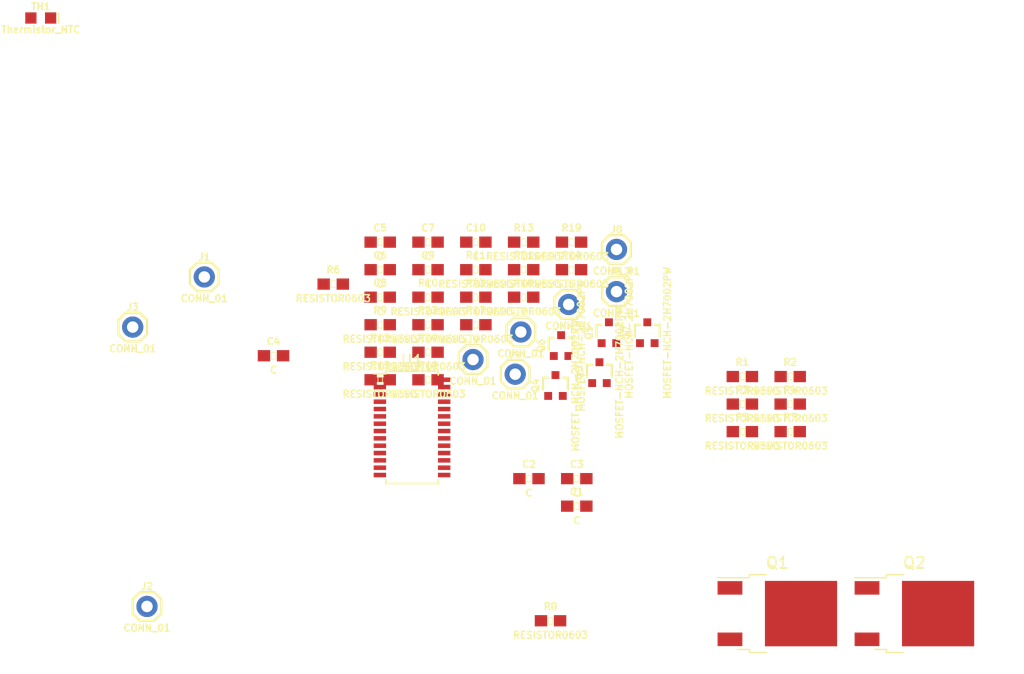
<source format=kicad_pcb>
(kicad_pcb (version 20171130) (host pcbnew "(5.1.4)-1")

  (general
    (thickness 1.6)
    (drawings 0)
    (tracks 0)
    (zones 0)
    (modules 51)
    (nets 52)
  )

  (page A4)
  (layers
    (0 F.Cu signal)
    (31 B.Cu signal)
    (32 B.Adhes user)
    (33 F.Adhes user)
    (34 B.Paste user)
    (35 F.Paste user)
    (36 B.SilkS user)
    (37 F.SilkS user)
    (38 B.Mask user)
    (39 F.Mask user)
    (40 Dwgs.User user)
    (41 Cmts.User user)
    (42 Eco1.User user)
    (43 Eco2.User user)
    (44 Edge.Cuts user)
    (45 Margin user)
    (46 B.CrtYd user)
    (47 F.CrtYd user)
    (48 B.Fab user)
    (49 F.Fab user)
  )

  (setup
    (last_trace_width 0.25)
    (trace_clearance 0.2)
    (zone_clearance 0.508)
    (zone_45_only no)
    (trace_min 0.2)
    (via_size 0.8)
    (via_drill 0.4)
    (via_min_size 0.4)
    (via_min_drill 0.3)
    (uvia_size 0.3)
    (uvia_drill 0.1)
    (uvias_allowed no)
    (uvia_min_size 0.2)
    (uvia_min_drill 0.1)
    (edge_width 0.05)
    (segment_width 0.2)
    (pcb_text_width 0.3)
    (pcb_text_size 1.5 1.5)
    (mod_edge_width 0.12)
    (mod_text_size 1 1)
    (mod_text_width 0.15)
    (pad_size 1.524 1.524)
    (pad_drill 0.762)
    (pad_to_mask_clearance 0.051)
    (solder_mask_min_width 0.25)
    (aux_axis_origin 0 0)
    (visible_elements 7FFFFFFF)
    (pcbplotparams
      (layerselection 0x010fc_ffffffff)
      (usegerberextensions false)
      (usegerberattributes false)
      (usegerberadvancedattributes false)
      (creategerberjobfile false)
      (excludeedgelayer true)
      (linewidth 0.100000)
      (plotframeref false)
      (viasonmask false)
      (mode 1)
      (useauxorigin false)
      (hpglpennumber 1)
      (hpglpenspeed 20)
      (hpglpendiameter 15.000000)
      (psnegative false)
      (psa4output false)
      (plotreference true)
      (plotvalue true)
      (plotinvisibletext false)
      (padsonsilk false)
      (subtractmaskfromsilk false)
      (outputformat 1)
      (mirror false)
      (drillshape 1)
      (scaleselection 1)
      (outputdirectory ""))
  )

  (net 0 "")
  (net 1 "Net-(U1-Pad16)")
  (net 2 "Net-(U1-Pad15)")
  (net 3 "Net-(U1-Pad14)")
  (net 4 "Net-(U1-Pad13)")
  (net 5 "Net-(U1-Pad6)")
  (net 6 "Net-(U1-Pad1)")
  (net 7 "Net-(C1-Pad2)")
  (net 8 "Net-(C1-Pad1)")
  (net 9 "Net-(C2-Pad1)")
  (net 10 "Net-(C3-Pad1)")
  (net 11 "Net-(C4-Pad1)")
  (net 12 "Net-(J1-Pad1)")
  (net 13 "Net-(J2-Pad1)")
  (net 14 "Net-(J3-Pad1)")
  (net 15 "Net-(Q2-Pad1)")
  (net 16 "Net-(R2-Pad2)")
  (net 17 "Net-(R3-Pad2)")
  (net 18 "Net-(R4-Pad2)")
  (net 19 "Net-(R5-Pad2)")
  (net 20 "Net-(R7-Pad2)")
  (net 21 "Net-(TH1-Pad1)")
  (net 22 "Net-(C5-Pad2)")
  (net 23 "Net-(C5-Pad1)")
  (net 24 "Net-(C6-Pad2)")
  (net 25 "Net-(C6-Pad1)")
  (net 26 "Net-(C7-Pad2)")
  (net 27 "Net-(C7-Pad1)")
  (net 28 "Net-(C8-Pad2)")
  (net 29 "Net-(C9-Pad2)")
  (net 30 "Net-(C10-Pad2)")
  (net 31 "Net-(J5-Pad1)")
  (net 32 "Net-(J6-Pad1)")
  (net 33 "Net-(J7-Pad1)")
  (net 34 "Net-(J8-Pad1)")
  (net 35 "Net-(Q3-Pad3)")
  (net 36 "Net-(Q3-Pad1)")
  (net 37 "Net-(Q4-Pad3)")
  (net 38 "Net-(Q4-Pad1)")
  (net 39 "Net-(Q5-Pad3)")
  (net 40 "Net-(Q5-Pad1)")
  (net 41 "Net-(Q6-Pad3)")
  (net 42 "Net-(Q6-Pad1)")
  (net 43 "Net-(Q7-Pad3)")
  (net 44 "Net-(Q7-Pad1)")
  (net 45 "Net-(R9-Pad2)")
  (net 46 "Net-(R10-Pad2)")
  (net 47 "Net-(R11-Pad2)")
  (net 48 "Net-(R12-Pad2)")
  (net 49 "Net-(R13-Pad2)")
  (net 50 "Net-(Q1-Pad1)")
  (net 51 "Net-(Q2-Pad2)")

  (net_class Default "This is the default net class."
    (clearance 0.2)
    (trace_width 0.25)
    (via_dia 0.8)
    (via_drill 0.4)
    (uvia_dia 0.3)
    (uvia_drill 0.1)
    (add_net "Net-(C1-Pad1)")
    (add_net "Net-(C1-Pad2)")
    (add_net "Net-(C10-Pad2)")
    (add_net "Net-(C2-Pad1)")
    (add_net "Net-(C3-Pad1)")
    (add_net "Net-(C4-Pad1)")
    (add_net "Net-(C5-Pad1)")
    (add_net "Net-(C5-Pad2)")
    (add_net "Net-(C6-Pad1)")
    (add_net "Net-(C6-Pad2)")
    (add_net "Net-(C7-Pad1)")
    (add_net "Net-(C7-Pad2)")
    (add_net "Net-(C8-Pad2)")
    (add_net "Net-(C9-Pad2)")
    (add_net "Net-(J1-Pad1)")
    (add_net "Net-(J2-Pad1)")
    (add_net "Net-(J3-Pad1)")
    (add_net "Net-(J5-Pad1)")
    (add_net "Net-(J6-Pad1)")
    (add_net "Net-(J7-Pad1)")
    (add_net "Net-(J8-Pad1)")
    (add_net "Net-(Q1-Pad1)")
    (add_net "Net-(Q2-Pad1)")
    (add_net "Net-(Q2-Pad2)")
    (add_net "Net-(Q3-Pad1)")
    (add_net "Net-(Q3-Pad3)")
    (add_net "Net-(Q4-Pad1)")
    (add_net "Net-(Q4-Pad3)")
    (add_net "Net-(Q5-Pad1)")
    (add_net "Net-(Q5-Pad3)")
    (add_net "Net-(Q6-Pad1)")
    (add_net "Net-(Q6-Pad3)")
    (add_net "Net-(Q7-Pad1)")
    (add_net "Net-(Q7-Pad3)")
    (add_net "Net-(R10-Pad2)")
    (add_net "Net-(R11-Pad2)")
    (add_net "Net-(R12-Pad2)")
    (add_net "Net-(R13-Pad2)")
    (add_net "Net-(R2-Pad2)")
    (add_net "Net-(R3-Pad2)")
    (add_net "Net-(R4-Pad2)")
    (add_net "Net-(R5-Pad2)")
    (add_net "Net-(R7-Pad2)")
    (add_net "Net-(R9-Pad2)")
    (add_net "Net-(TH1-Pad1)")
    (add_net "Net-(U1-Pad1)")
    (add_net "Net-(U1-Pad13)")
    (add_net "Net-(U1-Pad14)")
    (add_net "Net-(U1-Pad15)")
    (add_net "Net-(U1-Pad16)")
    (add_net "Net-(U1-Pad6)")
  )

  (module LED:LED-0603 (layer F.Cu) (tedit 595FF906) (tstamp 5DE0636A)
    (at 78.21041 81.818481)
    (descr "LED 0603 SMT")
    (tags "LED 0603 SMT")
    (path /5DDFD900)
    (attr smd)
    (fp_text reference TH1 (at 0 -1.016) (layer F.SilkS)
      (effects (font (size 0.6096 0.6096) (thickness 0.127)))
    )
    (fp_text value Thermistor_NTC (at 0 1.016) (layer F.SilkS)
      (effects (font (size 0.6096 0.6096) (thickness 0.127)))
    )
    (fp_line (start 0.15748 0) (end -0.15748 0.3175) (layer Dwgs.User) (width 0.127))
    (fp_line (start 0.15748 0) (end -0.15748 -0.3175) (layer Dwgs.User) (width 0.127))
    (fp_line (start 0.15748 0) (end 0.15748 0.47498) (layer Dwgs.User) (width 0.127))
    (fp_line (start 0.15748 -0.47498) (end 0.15748 0) (layer Dwgs.User) (width 0.127))
    (fp_line (start 1.5875 -0.47498) (end 1.5875 0.47498) (layer F.SilkS) (width 0.127))
    (pad C smd rect (at 0.8763 0 270) (size 0.99822 0.99822) (layers F.Cu F.Paste F.Mask)
      (solder_mask_margin 0.1016))
    (pad A smd rect (at -0.8763 0 270) (size 0.99822 0.99822) (layers F.Cu F.Paste F.Mask)
      (solder_mask_margin 0.1016))
  )

  (module Package_TO_SOT_SMD:TO-252-2 (layer F.Cu) (tedit 5A70A390) (tstamp 5DE04AE0)
    (at 155.66 134.62)
    (descr "TO-252 / DPAK SMD package, http://www.infineon.com/cms/en/product/packages/PG-TO252/PG-TO252-3-1/")
    (tags "DPAK TO-252 DPAK-3 TO-252-3 SOT-428")
    (path /5DEA7989)
    (attr smd)
    (fp_text reference Q2 (at 0 -4.5) (layer F.SilkS)
      (effects (font (size 1 1) (thickness 0.15)))
    )
    (fp_text value MOSFET-NCH-2N7002PW (at 0 4.5) (layer F.Fab)
      (effects (font (size 1 1) (thickness 0.15)))
    )
    (fp_text user %R (at 0 0) (layer F.Fab)
      (effects (font (size 1 1) (thickness 0.15)))
    )
    (fp_line (start 5.55 -3.5) (end -5.55 -3.5) (layer F.CrtYd) (width 0.05))
    (fp_line (start 5.55 3.5) (end 5.55 -3.5) (layer F.CrtYd) (width 0.05))
    (fp_line (start -5.55 3.5) (end 5.55 3.5) (layer F.CrtYd) (width 0.05))
    (fp_line (start -5.55 -3.5) (end -5.55 3.5) (layer F.CrtYd) (width 0.05))
    (fp_line (start -2.47 3.18) (end -3.57 3.18) (layer F.SilkS) (width 0.12))
    (fp_line (start -2.47 3.45) (end -2.47 3.18) (layer F.SilkS) (width 0.12))
    (fp_line (start -0.97 3.45) (end -2.47 3.45) (layer F.SilkS) (width 0.12))
    (fp_line (start -2.47 -3.18) (end -5.3 -3.18) (layer F.SilkS) (width 0.12))
    (fp_line (start -2.47 -3.45) (end -2.47 -3.18) (layer F.SilkS) (width 0.12))
    (fp_line (start -0.97 -3.45) (end -2.47 -3.45) (layer F.SilkS) (width 0.12))
    (fp_line (start -4.97 2.655) (end -2.27 2.655) (layer F.Fab) (width 0.1))
    (fp_line (start -4.97 1.905) (end -4.97 2.655) (layer F.Fab) (width 0.1))
    (fp_line (start -2.27 1.905) (end -4.97 1.905) (layer F.Fab) (width 0.1))
    (fp_line (start -4.97 -1.905) (end -2.27 -1.905) (layer F.Fab) (width 0.1))
    (fp_line (start -4.97 -2.655) (end -4.97 -1.905) (layer F.Fab) (width 0.1))
    (fp_line (start -1.865 -2.655) (end -4.97 -2.655) (layer F.Fab) (width 0.1))
    (fp_line (start -1.27 -3.25) (end 3.95 -3.25) (layer F.Fab) (width 0.1))
    (fp_line (start -2.27 -2.25) (end -1.27 -3.25) (layer F.Fab) (width 0.1))
    (fp_line (start -2.27 3.25) (end -2.27 -2.25) (layer F.Fab) (width 0.1))
    (fp_line (start 3.95 3.25) (end -2.27 3.25) (layer F.Fab) (width 0.1))
    (fp_line (start 3.95 -3.25) (end 3.95 3.25) (layer F.Fab) (width 0.1))
    (fp_line (start 4.95 2.7) (end 3.95 2.7) (layer F.Fab) (width 0.1))
    (fp_line (start 4.95 -2.7) (end 4.95 2.7) (layer F.Fab) (width 0.1))
    (fp_line (start 3.95 -2.7) (end 4.95 -2.7) (layer F.Fab) (width 0.1))
    (pad "" smd rect (at 0.425 1.525) (size 3.05 2.75) (layers F.Paste))
    (pad "" smd rect (at 3.775 -1.525) (size 3.05 2.75) (layers F.Paste))
    (pad "" smd rect (at 0.425 -1.525) (size 3.05 2.75) (layers F.Paste))
    (pad "" smd rect (at 3.775 1.525) (size 3.05 2.75) (layers F.Paste))
    (pad 2 smd rect (at 2.1 0) (size 6.4 5.8) (layers F.Cu F.Mask)
      (net 51 "Net-(Q2-Pad2)"))
    (pad 3 smd rect (at -4.2 2.28) (size 2.2 1.2) (layers F.Cu F.Paste F.Mask)
      (net 14 "Net-(J3-Pad1)"))
    (pad 1 smd rect (at -4.2 -2.28) (size 2.2 1.2) (layers F.Cu F.Paste F.Mask)
      (net 15 "Net-(Q2-Pad1)"))
    (model ${KISYS3DMOD}/Package_TO_SOT_SMD.3dshapes/TO-252-2.wrl
      (at (xyz 0 0 0))
      (scale (xyz 1 1 1))
      (rotate (xyz 0 0 0))
    )
  )

  (module Package_TO_SOT_SMD:TO-252-2 (layer F.Cu) (tedit 5A70A390) (tstamp 5DE04ABC)
    (at 143.51 134.62)
    (descr "TO-252 / DPAK SMD package, http://www.infineon.com/cms/en/product/packages/PG-TO252/PG-TO252-3-1/")
    (tags "DPAK TO-252 DPAK-3 TO-252-3 SOT-428")
    (path /5DEA5A85)
    (attr smd)
    (fp_text reference Q1 (at 0 -4.5) (layer F.SilkS)
      (effects (font (size 1 1) (thickness 0.15)))
    )
    (fp_text value MOSFET-NCH-2N7002PW (at 0 4.5) (layer F.Fab)
      (effects (font (size 1 1) (thickness 0.15)))
    )
    (fp_text user %R (at 0 0) (layer F.Fab)
      (effects (font (size 1 1) (thickness 0.15)))
    )
    (fp_line (start 5.55 -3.5) (end -5.55 -3.5) (layer F.CrtYd) (width 0.05))
    (fp_line (start 5.55 3.5) (end 5.55 -3.5) (layer F.CrtYd) (width 0.05))
    (fp_line (start -5.55 3.5) (end 5.55 3.5) (layer F.CrtYd) (width 0.05))
    (fp_line (start -5.55 -3.5) (end -5.55 3.5) (layer F.CrtYd) (width 0.05))
    (fp_line (start -2.47 3.18) (end -3.57 3.18) (layer F.SilkS) (width 0.12))
    (fp_line (start -2.47 3.45) (end -2.47 3.18) (layer F.SilkS) (width 0.12))
    (fp_line (start -0.97 3.45) (end -2.47 3.45) (layer F.SilkS) (width 0.12))
    (fp_line (start -2.47 -3.18) (end -5.3 -3.18) (layer F.SilkS) (width 0.12))
    (fp_line (start -2.47 -3.45) (end -2.47 -3.18) (layer F.SilkS) (width 0.12))
    (fp_line (start -0.97 -3.45) (end -2.47 -3.45) (layer F.SilkS) (width 0.12))
    (fp_line (start -4.97 2.655) (end -2.27 2.655) (layer F.Fab) (width 0.1))
    (fp_line (start -4.97 1.905) (end -4.97 2.655) (layer F.Fab) (width 0.1))
    (fp_line (start -2.27 1.905) (end -4.97 1.905) (layer F.Fab) (width 0.1))
    (fp_line (start -4.97 -1.905) (end -2.27 -1.905) (layer F.Fab) (width 0.1))
    (fp_line (start -4.97 -2.655) (end -4.97 -1.905) (layer F.Fab) (width 0.1))
    (fp_line (start -1.865 -2.655) (end -4.97 -2.655) (layer F.Fab) (width 0.1))
    (fp_line (start -1.27 -3.25) (end 3.95 -3.25) (layer F.Fab) (width 0.1))
    (fp_line (start -2.27 -2.25) (end -1.27 -3.25) (layer F.Fab) (width 0.1))
    (fp_line (start -2.27 3.25) (end -2.27 -2.25) (layer F.Fab) (width 0.1))
    (fp_line (start 3.95 3.25) (end -2.27 3.25) (layer F.Fab) (width 0.1))
    (fp_line (start 3.95 -3.25) (end 3.95 3.25) (layer F.Fab) (width 0.1))
    (fp_line (start 4.95 2.7) (end 3.95 2.7) (layer F.Fab) (width 0.1))
    (fp_line (start 4.95 -2.7) (end 4.95 2.7) (layer F.Fab) (width 0.1))
    (fp_line (start 3.95 -2.7) (end 4.95 -2.7) (layer F.Fab) (width 0.1))
    (pad "" smd rect (at 0.425 1.525) (size 3.05 2.75) (layers F.Paste))
    (pad "" smd rect (at 3.775 -1.525) (size 3.05 2.75) (layers F.Paste))
    (pad "" smd rect (at 0.425 -1.525) (size 3.05 2.75) (layers F.Paste))
    (pad "" smd rect (at 3.775 1.525) (size 3.05 2.75) (layers F.Paste))
    (pad 2 smd rect (at 2.1 0) (size 6.4 5.8) (layers F.Cu F.Mask)
      (net 13 "Net-(J2-Pad1)"))
    (pad 3 smd rect (at -4.2 2.28) (size 2.2 1.2) (layers F.Cu F.Paste F.Mask)
      (net 14 "Net-(J3-Pad1)"))
    (pad 1 smd rect (at -4.2 -2.28) (size 2.2 1.2) (layers F.Cu F.Paste F.Mask)
      (net 50 "Net-(Q1-Pad1)"))
    (model ${KISYS3DMOD}/Package_TO_SOT_SMD.3dshapes/TO-252-2.wrl
      (at (xyz 0 0 0))
      (scale (xyz 1 1 1))
      (rotate (xyz 0 0 0))
    )
  )

  (module Capacitors:0603 (layer F.Cu) (tedit 596180EF) (tstamp 5DE03B7F)
    (at 112.543061 109.008901)
    (descr "GENERIC 1608 (0603) PACKAGE")
    (tags "GENERIC 1608 (0603) PACKAGE")
    (path /5DE1B226)
    (attr smd)
    (fp_text reference R23 (at 0 -1.27) (layer F.SilkS)
      (effects (font (size 0.6096 0.6096) (thickness 0.127)))
    )
    (fp_text value RESISTOR0603 (at 0 1.27) (layer F.SilkS)
      (effects (font (size 0.6096 0.6096) (thickness 0.127)))
    )
    (fp_line (start -0.3556 0.41656) (end 0.3556 0.41656) (layer Dwgs.User) (width 0.1016))
    (fp_line (start -0.3556 -0.4318) (end 0.3556 -0.4318) (layer Dwgs.User) (width 0.1016))
    (fp_line (start -1.59766 0.6985) (end -1.59766 -0.6985) (layer F.CrtYd) (width 0.0508))
    (fp_line (start 1.59766 0.6985) (end -1.59766 0.6985) (layer F.CrtYd) (width 0.0508))
    (fp_line (start 1.59766 -0.6985) (end 1.59766 0.6985) (layer F.CrtYd) (width 0.0508))
    (fp_line (start -1.59766 -0.6985) (end 1.59766 -0.6985) (layer F.CrtYd) (width 0.0508))
    (fp_line (start -0.19812 0.29972) (end -0.19812 -0.29972) (layer F.SilkS) (width 0.06604))
    (fp_line (start -0.19812 -0.29972) (end 0.19812 -0.29972) (layer F.SilkS) (width 0.06604))
    (fp_line (start 0.19812 0.29972) (end 0.19812 -0.29972) (layer F.SilkS) (width 0.06604))
    (fp_line (start -0.19812 0.29972) (end 0.19812 0.29972) (layer F.SilkS) (width 0.06604))
    (fp_line (start 0.3302 0.4699) (end 0.3302 -0.48006) (layer Dwgs.User) (width 0.06604))
    (fp_line (start 0.3302 -0.48006) (end 0.82804 -0.48006) (layer Dwgs.User) (width 0.06604))
    (fp_line (start 0.82804 0.4699) (end 0.82804 -0.48006) (layer Dwgs.User) (width 0.06604))
    (fp_line (start 0.3302 0.4699) (end 0.82804 0.4699) (layer Dwgs.User) (width 0.06604))
    (fp_line (start -0.8382 0.4699) (end -0.8382 -0.48006) (layer Dwgs.User) (width 0.06604))
    (fp_line (start -0.8382 -0.48006) (end -0.33782 -0.48006) (layer Dwgs.User) (width 0.06604))
    (fp_line (start -0.33782 0.4699) (end -0.33782 -0.48006) (layer Dwgs.User) (width 0.06604))
    (fp_line (start -0.8382 0.4699) (end -0.33782 0.4699) (layer Dwgs.User) (width 0.06604))
    (pad 2 smd rect (at 0.84836 0) (size 1.09982 0.99822) (layers F.Cu F.Paste F.Mask)
      (net 43 "Net-(Q7-Pad3)") (solder_mask_margin 0.1016))
    (pad 1 smd rect (at -0.84836 0) (size 1.09982 0.99822) (layers F.Cu F.Paste F.Mask)
      (net 34 "Net-(J8-Pad1)") (solder_mask_margin 0.1016))
  )

  (module Capacitors:0603 (layer F.Cu) (tedit 596180EF) (tstamp 5DE03B67)
    (at 116.783061 106.568901)
    (descr "GENERIC 1608 (0603) PACKAGE")
    (tags "GENERIC 1608 (0603) PACKAGE")
    (path /5DE1AB17)
    (attr smd)
    (fp_text reference R22 (at 0 -1.27) (layer F.SilkS)
      (effects (font (size 0.6096 0.6096) (thickness 0.127)))
    )
    (fp_text value RESISTOR0603 (at 0 1.27) (layer F.SilkS)
      (effects (font (size 0.6096 0.6096) (thickness 0.127)))
    )
    (fp_line (start -0.3556 0.41656) (end 0.3556 0.41656) (layer Dwgs.User) (width 0.1016))
    (fp_line (start -0.3556 -0.4318) (end 0.3556 -0.4318) (layer Dwgs.User) (width 0.1016))
    (fp_line (start -1.59766 0.6985) (end -1.59766 -0.6985) (layer F.CrtYd) (width 0.0508))
    (fp_line (start 1.59766 0.6985) (end -1.59766 0.6985) (layer F.CrtYd) (width 0.0508))
    (fp_line (start 1.59766 -0.6985) (end 1.59766 0.6985) (layer F.CrtYd) (width 0.0508))
    (fp_line (start -1.59766 -0.6985) (end 1.59766 -0.6985) (layer F.CrtYd) (width 0.0508))
    (fp_line (start -0.19812 0.29972) (end -0.19812 -0.29972) (layer F.SilkS) (width 0.06604))
    (fp_line (start -0.19812 -0.29972) (end 0.19812 -0.29972) (layer F.SilkS) (width 0.06604))
    (fp_line (start 0.19812 0.29972) (end 0.19812 -0.29972) (layer F.SilkS) (width 0.06604))
    (fp_line (start -0.19812 0.29972) (end 0.19812 0.29972) (layer F.SilkS) (width 0.06604))
    (fp_line (start 0.3302 0.4699) (end 0.3302 -0.48006) (layer Dwgs.User) (width 0.06604))
    (fp_line (start 0.3302 -0.48006) (end 0.82804 -0.48006) (layer Dwgs.User) (width 0.06604))
    (fp_line (start 0.82804 0.4699) (end 0.82804 -0.48006) (layer Dwgs.User) (width 0.06604))
    (fp_line (start 0.3302 0.4699) (end 0.82804 0.4699) (layer Dwgs.User) (width 0.06604))
    (fp_line (start -0.8382 0.4699) (end -0.8382 -0.48006) (layer Dwgs.User) (width 0.06604))
    (fp_line (start -0.8382 -0.48006) (end -0.33782 -0.48006) (layer Dwgs.User) (width 0.06604))
    (fp_line (start -0.33782 0.4699) (end -0.33782 -0.48006) (layer Dwgs.User) (width 0.06604))
    (fp_line (start -0.8382 0.4699) (end -0.33782 0.4699) (layer Dwgs.User) (width 0.06604))
    (pad 2 smd rect (at 0.84836 0) (size 1.09982 0.99822) (layers F.Cu F.Paste F.Mask)
      (net 41 "Net-(Q6-Pad3)") (solder_mask_margin 0.1016))
    (pad 1 smd rect (at -0.84836 0) (size 1.09982 0.99822) (layers F.Cu F.Paste F.Mask)
      (net 33 "Net-(J7-Pad1)") (solder_mask_margin 0.1016))
  )

  (module Capacitors:0603 (layer F.Cu) (tedit 596180EF) (tstamp 5DE03B4F)
    (at 121.023061 104.128901)
    (descr "GENERIC 1608 (0603) PACKAGE")
    (tags "GENERIC 1608 (0603) PACKAGE")
    (path /5DE1A1A6)
    (attr smd)
    (fp_text reference R21 (at 0 -1.27) (layer F.SilkS)
      (effects (font (size 0.6096 0.6096) (thickness 0.127)))
    )
    (fp_text value RESISTOR0603 (at 0 1.27) (layer F.SilkS)
      (effects (font (size 0.6096 0.6096) (thickness 0.127)))
    )
    (fp_line (start -0.3556 0.41656) (end 0.3556 0.41656) (layer Dwgs.User) (width 0.1016))
    (fp_line (start -0.3556 -0.4318) (end 0.3556 -0.4318) (layer Dwgs.User) (width 0.1016))
    (fp_line (start -1.59766 0.6985) (end -1.59766 -0.6985) (layer F.CrtYd) (width 0.0508))
    (fp_line (start 1.59766 0.6985) (end -1.59766 0.6985) (layer F.CrtYd) (width 0.0508))
    (fp_line (start 1.59766 -0.6985) (end 1.59766 0.6985) (layer F.CrtYd) (width 0.0508))
    (fp_line (start -1.59766 -0.6985) (end 1.59766 -0.6985) (layer F.CrtYd) (width 0.0508))
    (fp_line (start -0.19812 0.29972) (end -0.19812 -0.29972) (layer F.SilkS) (width 0.06604))
    (fp_line (start -0.19812 -0.29972) (end 0.19812 -0.29972) (layer F.SilkS) (width 0.06604))
    (fp_line (start 0.19812 0.29972) (end 0.19812 -0.29972) (layer F.SilkS) (width 0.06604))
    (fp_line (start -0.19812 0.29972) (end 0.19812 0.29972) (layer F.SilkS) (width 0.06604))
    (fp_line (start 0.3302 0.4699) (end 0.3302 -0.48006) (layer Dwgs.User) (width 0.06604))
    (fp_line (start 0.3302 -0.48006) (end 0.82804 -0.48006) (layer Dwgs.User) (width 0.06604))
    (fp_line (start 0.82804 0.4699) (end 0.82804 -0.48006) (layer Dwgs.User) (width 0.06604))
    (fp_line (start 0.3302 0.4699) (end 0.82804 0.4699) (layer Dwgs.User) (width 0.06604))
    (fp_line (start -0.8382 0.4699) (end -0.8382 -0.48006) (layer Dwgs.User) (width 0.06604))
    (fp_line (start -0.8382 -0.48006) (end -0.33782 -0.48006) (layer Dwgs.User) (width 0.06604))
    (fp_line (start -0.33782 0.4699) (end -0.33782 -0.48006) (layer Dwgs.User) (width 0.06604))
    (fp_line (start -0.8382 0.4699) (end -0.33782 0.4699) (layer Dwgs.User) (width 0.06604))
    (pad 2 smd rect (at 0.84836 0) (size 1.09982 0.99822) (layers F.Cu F.Paste F.Mask)
      (net 39 "Net-(Q5-Pad3)") (solder_mask_margin 0.1016))
    (pad 1 smd rect (at -0.84836 0) (size 1.09982 0.99822) (layers F.Cu F.Paste F.Mask)
      (net 32 "Net-(J6-Pad1)") (solder_mask_margin 0.1016))
  )

  (module Capacitors:0603 (layer F.Cu) (tedit 596180EF) (tstamp 5DE03B37)
    (at 112.543061 111.448901)
    (descr "GENERIC 1608 (0603) PACKAGE")
    (tags "GENERIC 1608 (0603) PACKAGE")
    (path /5DE24CF4)
    (attr smd)
    (fp_text reference R20 (at 0 -1.27) (layer F.SilkS)
      (effects (font (size 0.6096 0.6096) (thickness 0.127)))
    )
    (fp_text value RESISTOR0603 (at 0 1.27) (layer F.SilkS)
      (effects (font (size 0.6096 0.6096) (thickness 0.127)))
    )
    (fp_line (start -0.3556 0.41656) (end 0.3556 0.41656) (layer Dwgs.User) (width 0.1016))
    (fp_line (start -0.3556 -0.4318) (end 0.3556 -0.4318) (layer Dwgs.User) (width 0.1016))
    (fp_line (start -1.59766 0.6985) (end -1.59766 -0.6985) (layer F.CrtYd) (width 0.0508))
    (fp_line (start 1.59766 0.6985) (end -1.59766 0.6985) (layer F.CrtYd) (width 0.0508))
    (fp_line (start 1.59766 -0.6985) (end 1.59766 0.6985) (layer F.CrtYd) (width 0.0508))
    (fp_line (start -1.59766 -0.6985) (end 1.59766 -0.6985) (layer F.CrtYd) (width 0.0508))
    (fp_line (start -0.19812 0.29972) (end -0.19812 -0.29972) (layer F.SilkS) (width 0.06604))
    (fp_line (start -0.19812 -0.29972) (end 0.19812 -0.29972) (layer F.SilkS) (width 0.06604))
    (fp_line (start 0.19812 0.29972) (end 0.19812 -0.29972) (layer F.SilkS) (width 0.06604))
    (fp_line (start -0.19812 0.29972) (end 0.19812 0.29972) (layer F.SilkS) (width 0.06604))
    (fp_line (start 0.3302 0.4699) (end 0.3302 -0.48006) (layer Dwgs.User) (width 0.06604))
    (fp_line (start 0.3302 -0.48006) (end 0.82804 -0.48006) (layer Dwgs.User) (width 0.06604))
    (fp_line (start 0.82804 0.4699) (end 0.82804 -0.48006) (layer Dwgs.User) (width 0.06604))
    (fp_line (start 0.3302 0.4699) (end 0.82804 0.4699) (layer Dwgs.User) (width 0.06604))
    (fp_line (start -0.8382 0.4699) (end -0.8382 -0.48006) (layer Dwgs.User) (width 0.06604))
    (fp_line (start -0.8382 -0.48006) (end -0.33782 -0.48006) (layer Dwgs.User) (width 0.06604))
    (fp_line (start -0.33782 0.4699) (end -0.33782 -0.48006) (layer Dwgs.User) (width 0.06604))
    (fp_line (start -0.8382 0.4699) (end -0.33782 0.4699) (layer Dwgs.User) (width 0.06604))
    (pad 2 smd rect (at 0.84836 0) (size 1.09982 0.99822) (layers F.Cu F.Paste F.Mask)
      (net 30 "Net-(C10-Pad2)") (solder_mask_margin 0.1016))
    (pad 1 smd rect (at -0.84836 0) (size 1.09982 0.99822) (layers F.Cu F.Paste F.Mask)
      (net 34 "Net-(J8-Pad1)") (solder_mask_margin 0.1016))
  )

  (module Capacitors:0603 (layer F.Cu) (tedit 596180EF) (tstamp 5DE03B1F)
    (at 125.263061 101.688901)
    (descr "GENERIC 1608 (0603) PACKAGE")
    (tags "GENERIC 1608 (0603) PACKAGE")
    (path /5DE19D11)
    (attr smd)
    (fp_text reference R19 (at 0 -1.27) (layer F.SilkS)
      (effects (font (size 0.6096 0.6096) (thickness 0.127)))
    )
    (fp_text value RESISTOR0603 (at 0 1.27) (layer F.SilkS)
      (effects (font (size 0.6096 0.6096) (thickness 0.127)))
    )
    (fp_line (start -0.3556 0.41656) (end 0.3556 0.41656) (layer Dwgs.User) (width 0.1016))
    (fp_line (start -0.3556 -0.4318) (end 0.3556 -0.4318) (layer Dwgs.User) (width 0.1016))
    (fp_line (start -1.59766 0.6985) (end -1.59766 -0.6985) (layer F.CrtYd) (width 0.0508))
    (fp_line (start 1.59766 0.6985) (end -1.59766 0.6985) (layer F.CrtYd) (width 0.0508))
    (fp_line (start 1.59766 -0.6985) (end 1.59766 0.6985) (layer F.CrtYd) (width 0.0508))
    (fp_line (start -1.59766 -0.6985) (end 1.59766 -0.6985) (layer F.CrtYd) (width 0.0508))
    (fp_line (start -0.19812 0.29972) (end -0.19812 -0.29972) (layer F.SilkS) (width 0.06604))
    (fp_line (start -0.19812 -0.29972) (end 0.19812 -0.29972) (layer F.SilkS) (width 0.06604))
    (fp_line (start 0.19812 0.29972) (end 0.19812 -0.29972) (layer F.SilkS) (width 0.06604))
    (fp_line (start -0.19812 0.29972) (end 0.19812 0.29972) (layer F.SilkS) (width 0.06604))
    (fp_line (start 0.3302 0.4699) (end 0.3302 -0.48006) (layer Dwgs.User) (width 0.06604))
    (fp_line (start 0.3302 -0.48006) (end 0.82804 -0.48006) (layer Dwgs.User) (width 0.06604))
    (fp_line (start 0.82804 0.4699) (end 0.82804 -0.48006) (layer Dwgs.User) (width 0.06604))
    (fp_line (start 0.3302 0.4699) (end 0.82804 0.4699) (layer Dwgs.User) (width 0.06604))
    (fp_line (start -0.8382 0.4699) (end -0.8382 -0.48006) (layer Dwgs.User) (width 0.06604))
    (fp_line (start -0.8382 -0.48006) (end -0.33782 -0.48006) (layer Dwgs.User) (width 0.06604))
    (fp_line (start -0.33782 0.4699) (end -0.33782 -0.48006) (layer Dwgs.User) (width 0.06604))
    (fp_line (start -0.8382 0.4699) (end -0.33782 0.4699) (layer Dwgs.User) (width 0.06604))
    (pad 2 smd rect (at 0.84836 0) (size 1.09982 0.99822) (layers F.Cu F.Paste F.Mask)
      (net 37 "Net-(Q4-Pad3)") (solder_mask_margin 0.1016))
    (pad 1 smd rect (at -0.84836 0) (size 1.09982 0.99822) (layers F.Cu F.Paste F.Mask)
      (net 31 "Net-(J5-Pad1)") (solder_mask_margin 0.1016))
  )

  (module Capacitors:0603 (layer F.Cu) (tedit 596180EF) (tstamp 5DE03B07)
    (at 112.543061 113.888901)
    (descr "GENERIC 1608 (0603) PACKAGE")
    (tags "GENERIC 1608 (0603) PACKAGE")
    (path /5DE2464D)
    (attr smd)
    (fp_text reference R18 (at 0 -1.27) (layer F.SilkS)
      (effects (font (size 0.6096 0.6096) (thickness 0.127)))
    )
    (fp_text value RESISTOR0603 (at 0 1.27) (layer F.SilkS)
      (effects (font (size 0.6096 0.6096) (thickness 0.127)))
    )
    (fp_line (start -0.3556 0.41656) (end 0.3556 0.41656) (layer Dwgs.User) (width 0.1016))
    (fp_line (start -0.3556 -0.4318) (end 0.3556 -0.4318) (layer Dwgs.User) (width 0.1016))
    (fp_line (start -1.59766 0.6985) (end -1.59766 -0.6985) (layer F.CrtYd) (width 0.0508))
    (fp_line (start 1.59766 0.6985) (end -1.59766 0.6985) (layer F.CrtYd) (width 0.0508))
    (fp_line (start 1.59766 -0.6985) (end 1.59766 0.6985) (layer F.CrtYd) (width 0.0508))
    (fp_line (start -1.59766 -0.6985) (end 1.59766 -0.6985) (layer F.CrtYd) (width 0.0508))
    (fp_line (start -0.19812 0.29972) (end -0.19812 -0.29972) (layer F.SilkS) (width 0.06604))
    (fp_line (start -0.19812 -0.29972) (end 0.19812 -0.29972) (layer F.SilkS) (width 0.06604))
    (fp_line (start 0.19812 0.29972) (end 0.19812 -0.29972) (layer F.SilkS) (width 0.06604))
    (fp_line (start -0.19812 0.29972) (end 0.19812 0.29972) (layer F.SilkS) (width 0.06604))
    (fp_line (start 0.3302 0.4699) (end 0.3302 -0.48006) (layer Dwgs.User) (width 0.06604))
    (fp_line (start 0.3302 -0.48006) (end 0.82804 -0.48006) (layer Dwgs.User) (width 0.06604))
    (fp_line (start 0.82804 0.4699) (end 0.82804 -0.48006) (layer Dwgs.User) (width 0.06604))
    (fp_line (start 0.3302 0.4699) (end 0.82804 0.4699) (layer Dwgs.User) (width 0.06604))
    (fp_line (start -0.8382 0.4699) (end -0.8382 -0.48006) (layer Dwgs.User) (width 0.06604))
    (fp_line (start -0.8382 -0.48006) (end -0.33782 -0.48006) (layer Dwgs.User) (width 0.06604))
    (fp_line (start -0.33782 0.4699) (end -0.33782 -0.48006) (layer Dwgs.User) (width 0.06604))
    (fp_line (start -0.8382 0.4699) (end -0.33782 0.4699) (layer Dwgs.User) (width 0.06604))
    (pad 2 smd rect (at 0.84836 0) (size 1.09982 0.99822) (layers F.Cu F.Paste F.Mask)
      (net 29 "Net-(C9-Pad2)") (solder_mask_margin 0.1016))
    (pad 1 smd rect (at -0.84836 0) (size 1.09982 0.99822) (layers F.Cu F.Paste F.Mask)
      (net 33 "Net-(J7-Pad1)") (solder_mask_margin 0.1016))
  )

  (module Capacitors:0603 (layer F.Cu) (tedit 596180EF) (tstamp 5DE03AEF)
    (at 116.783061 109.008901)
    (descr "GENERIC 1608 (0603) PACKAGE")
    (tags "GENERIC 1608 (0603) PACKAGE")
    (path /5DE19506)
    (attr smd)
    (fp_text reference R17 (at 0 -1.27) (layer F.SilkS)
      (effects (font (size 0.6096 0.6096) (thickness 0.127)))
    )
    (fp_text value RESISTOR0603 (at 0 1.27) (layer F.SilkS)
      (effects (font (size 0.6096 0.6096) (thickness 0.127)))
    )
    (fp_line (start -0.3556 0.41656) (end 0.3556 0.41656) (layer Dwgs.User) (width 0.1016))
    (fp_line (start -0.3556 -0.4318) (end 0.3556 -0.4318) (layer Dwgs.User) (width 0.1016))
    (fp_line (start -1.59766 0.6985) (end -1.59766 -0.6985) (layer F.CrtYd) (width 0.0508))
    (fp_line (start 1.59766 0.6985) (end -1.59766 0.6985) (layer F.CrtYd) (width 0.0508))
    (fp_line (start 1.59766 -0.6985) (end 1.59766 0.6985) (layer F.CrtYd) (width 0.0508))
    (fp_line (start -1.59766 -0.6985) (end 1.59766 -0.6985) (layer F.CrtYd) (width 0.0508))
    (fp_line (start -0.19812 0.29972) (end -0.19812 -0.29972) (layer F.SilkS) (width 0.06604))
    (fp_line (start -0.19812 -0.29972) (end 0.19812 -0.29972) (layer F.SilkS) (width 0.06604))
    (fp_line (start 0.19812 0.29972) (end 0.19812 -0.29972) (layer F.SilkS) (width 0.06604))
    (fp_line (start -0.19812 0.29972) (end 0.19812 0.29972) (layer F.SilkS) (width 0.06604))
    (fp_line (start 0.3302 0.4699) (end 0.3302 -0.48006) (layer Dwgs.User) (width 0.06604))
    (fp_line (start 0.3302 -0.48006) (end 0.82804 -0.48006) (layer Dwgs.User) (width 0.06604))
    (fp_line (start 0.82804 0.4699) (end 0.82804 -0.48006) (layer Dwgs.User) (width 0.06604))
    (fp_line (start 0.3302 0.4699) (end 0.82804 0.4699) (layer Dwgs.User) (width 0.06604))
    (fp_line (start -0.8382 0.4699) (end -0.8382 -0.48006) (layer Dwgs.User) (width 0.06604))
    (fp_line (start -0.8382 -0.48006) (end -0.33782 -0.48006) (layer Dwgs.User) (width 0.06604))
    (fp_line (start -0.33782 0.4699) (end -0.33782 -0.48006) (layer Dwgs.User) (width 0.06604))
    (fp_line (start -0.8382 0.4699) (end -0.33782 0.4699) (layer Dwgs.User) (width 0.06604))
    (pad 2 smd rect (at 0.84836 0) (size 1.09982 0.99822) (layers F.Cu F.Paste F.Mask)
      (net 35 "Net-(Q3-Pad3)") (solder_mask_margin 0.1016))
    (pad 1 smd rect (at -0.84836 0) (size 1.09982 0.99822) (layers F.Cu F.Paste F.Mask)
      (net 12 "Net-(J1-Pad1)") (solder_mask_margin 0.1016))
  )

  (module Capacitors:0603 (layer F.Cu) (tedit 596180EF) (tstamp 5DE03AD7)
    (at 121.023061 106.568901)
    (descr "GENERIC 1608 (0603) PACKAGE")
    (tags "GENERIC 1608 (0603) PACKAGE")
    (path /5DE23E0E)
    (attr smd)
    (fp_text reference R16 (at 0 -1.27) (layer F.SilkS)
      (effects (font (size 0.6096 0.6096) (thickness 0.127)))
    )
    (fp_text value RESISTOR0603 (at 0 1.27) (layer F.SilkS)
      (effects (font (size 0.6096 0.6096) (thickness 0.127)))
    )
    (fp_line (start -0.3556 0.41656) (end 0.3556 0.41656) (layer Dwgs.User) (width 0.1016))
    (fp_line (start -0.3556 -0.4318) (end 0.3556 -0.4318) (layer Dwgs.User) (width 0.1016))
    (fp_line (start -1.59766 0.6985) (end -1.59766 -0.6985) (layer F.CrtYd) (width 0.0508))
    (fp_line (start 1.59766 0.6985) (end -1.59766 0.6985) (layer F.CrtYd) (width 0.0508))
    (fp_line (start 1.59766 -0.6985) (end 1.59766 0.6985) (layer F.CrtYd) (width 0.0508))
    (fp_line (start -1.59766 -0.6985) (end 1.59766 -0.6985) (layer F.CrtYd) (width 0.0508))
    (fp_line (start -0.19812 0.29972) (end -0.19812 -0.29972) (layer F.SilkS) (width 0.06604))
    (fp_line (start -0.19812 -0.29972) (end 0.19812 -0.29972) (layer F.SilkS) (width 0.06604))
    (fp_line (start 0.19812 0.29972) (end 0.19812 -0.29972) (layer F.SilkS) (width 0.06604))
    (fp_line (start -0.19812 0.29972) (end 0.19812 0.29972) (layer F.SilkS) (width 0.06604))
    (fp_line (start 0.3302 0.4699) (end 0.3302 -0.48006) (layer Dwgs.User) (width 0.06604))
    (fp_line (start 0.3302 -0.48006) (end 0.82804 -0.48006) (layer Dwgs.User) (width 0.06604))
    (fp_line (start 0.82804 0.4699) (end 0.82804 -0.48006) (layer Dwgs.User) (width 0.06604))
    (fp_line (start 0.3302 0.4699) (end 0.82804 0.4699) (layer Dwgs.User) (width 0.06604))
    (fp_line (start -0.8382 0.4699) (end -0.8382 -0.48006) (layer Dwgs.User) (width 0.06604))
    (fp_line (start -0.8382 -0.48006) (end -0.33782 -0.48006) (layer Dwgs.User) (width 0.06604))
    (fp_line (start -0.33782 0.4699) (end -0.33782 -0.48006) (layer Dwgs.User) (width 0.06604))
    (fp_line (start -0.8382 0.4699) (end -0.33782 0.4699) (layer Dwgs.User) (width 0.06604))
    (pad 2 smd rect (at 0.84836 0) (size 1.09982 0.99822) (layers F.Cu F.Paste F.Mask)
      (net 28 "Net-(C8-Pad2)") (solder_mask_margin 0.1016))
    (pad 1 smd rect (at -0.84836 0) (size 1.09982 0.99822) (layers F.Cu F.Paste F.Mask)
      (net 32 "Net-(J6-Pad1)") (solder_mask_margin 0.1016))
  )

  (module Capacitors:0603 (layer F.Cu) (tedit 596180EF) (tstamp 5DE03ABF)
    (at 108.303061 113.888901)
    (descr "GENERIC 1608 (0603) PACKAGE")
    (tags "GENERIC 1608 (0603) PACKAGE")
    (path /5DE18CB5)
    (attr smd)
    (fp_text reference R15 (at 0 -1.27) (layer F.SilkS)
      (effects (font (size 0.6096 0.6096) (thickness 0.127)))
    )
    (fp_text value RESISTOR0603 (at 0 1.27) (layer F.SilkS)
      (effects (font (size 0.6096 0.6096) (thickness 0.127)))
    )
    (fp_line (start -0.3556 0.41656) (end 0.3556 0.41656) (layer Dwgs.User) (width 0.1016))
    (fp_line (start -0.3556 -0.4318) (end 0.3556 -0.4318) (layer Dwgs.User) (width 0.1016))
    (fp_line (start -1.59766 0.6985) (end -1.59766 -0.6985) (layer F.CrtYd) (width 0.0508))
    (fp_line (start 1.59766 0.6985) (end -1.59766 0.6985) (layer F.CrtYd) (width 0.0508))
    (fp_line (start 1.59766 -0.6985) (end 1.59766 0.6985) (layer F.CrtYd) (width 0.0508))
    (fp_line (start -1.59766 -0.6985) (end 1.59766 -0.6985) (layer F.CrtYd) (width 0.0508))
    (fp_line (start -0.19812 0.29972) (end -0.19812 -0.29972) (layer F.SilkS) (width 0.06604))
    (fp_line (start -0.19812 -0.29972) (end 0.19812 -0.29972) (layer F.SilkS) (width 0.06604))
    (fp_line (start 0.19812 0.29972) (end 0.19812 -0.29972) (layer F.SilkS) (width 0.06604))
    (fp_line (start -0.19812 0.29972) (end 0.19812 0.29972) (layer F.SilkS) (width 0.06604))
    (fp_line (start 0.3302 0.4699) (end 0.3302 -0.48006) (layer Dwgs.User) (width 0.06604))
    (fp_line (start 0.3302 -0.48006) (end 0.82804 -0.48006) (layer Dwgs.User) (width 0.06604))
    (fp_line (start 0.82804 0.4699) (end 0.82804 -0.48006) (layer Dwgs.User) (width 0.06604))
    (fp_line (start 0.3302 0.4699) (end 0.82804 0.4699) (layer Dwgs.User) (width 0.06604))
    (fp_line (start -0.8382 0.4699) (end -0.8382 -0.48006) (layer Dwgs.User) (width 0.06604))
    (fp_line (start -0.8382 -0.48006) (end -0.33782 -0.48006) (layer Dwgs.User) (width 0.06604))
    (fp_line (start -0.33782 0.4699) (end -0.33782 -0.48006) (layer Dwgs.User) (width 0.06604))
    (fp_line (start -0.8382 0.4699) (end -0.33782 0.4699) (layer Dwgs.User) (width 0.06604))
    (pad 2 smd rect (at 0.84836 0) (size 1.09982 0.99822) (layers F.Cu F.Paste F.Mask)
      (net 26 "Net-(C7-Pad2)") (solder_mask_margin 0.1016))
    (pad 1 smd rect (at -0.84836 0) (size 1.09982 0.99822) (layers F.Cu F.Paste F.Mask)
      (net 31 "Net-(J5-Pad1)") (solder_mask_margin 0.1016))
  )

  (module Capacitors:0603 (layer F.Cu) (tedit 596180EF) (tstamp 5DE03AA7)
    (at 125.263061 104.128901)
    (descr "GENERIC 1608 (0603) PACKAGE")
    (tags "GENERIC 1608 (0603) PACKAGE")
    (path /5DE3F514)
    (attr smd)
    (fp_text reference R14 (at 0 -1.27) (layer F.SilkS)
      (effects (font (size 0.6096 0.6096) (thickness 0.127)))
    )
    (fp_text value RESISTOR0603 (at 0 1.27) (layer F.SilkS)
      (effects (font (size 0.6096 0.6096) (thickness 0.127)))
    )
    (fp_line (start -0.3556 0.41656) (end 0.3556 0.41656) (layer Dwgs.User) (width 0.1016))
    (fp_line (start -0.3556 -0.4318) (end 0.3556 -0.4318) (layer Dwgs.User) (width 0.1016))
    (fp_line (start -1.59766 0.6985) (end -1.59766 -0.6985) (layer F.CrtYd) (width 0.0508))
    (fp_line (start 1.59766 0.6985) (end -1.59766 0.6985) (layer F.CrtYd) (width 0.0508))
    (fp_line (start 1.59766 -0.6985) (end 1.59766 0.6985) (layer F.CrtYd) (width 0.0508))
    (fp_line (start -1.59766 -0.6985) (end 1.59766 -0.6985) (layer F.CrtYd) (width 0.0508))
    (fp_line (start -0.19812 0.29972) (end -0.19812 -0.29972) (layer F.SilkS) (width 0.06604))
    (fp_line (start -0.19812 -0.29972) (end 0.19812 -0.29972) (layer F.SilkS) (width 0.06604))
    (fp_line (start 0.19812 0.29972) (end 0.19812 -0.29972) (layer F.SilkS) (width 0.06604))
    (fp_line (start -0.19812 0.29972) (end 0.19812 0.29972) (layer F.SilkS) (width 0.06604))
    (fp_line (start 0.3302 0.4699) (end 0.3302 -0.48006) (layer Dwgs.User) (width 0.06604))
    (fp_line (start 0.3302 -0.48006) (end 0.82804 -0.48006) (layer Dwgs.User) (width 0.06604))
    (fp_line (start 0.82804 0.4699) (end 0.82804 -0.48006) (layer Dwgs.User) (width 0.06604))
    (fp_line (start 0.3302 0.4699) (end 0.82804 0.4699) (layer Dwgs.User) (width 0.06604))
    (fp_line (start -0.8382 0.4699) (end -0.8382 -0.48006) (layer Dwgs.User) (width 0.06604))
    (fp_line (start -0.8382 -0.48006) (end -0.33782 -0.48006) (layer Dwgs.User) (width 0.06604))
    (fp_line (start -0.33782 0.4699) (end -0.33782 -0.48006) (layer Dwgs.User) (width 0.06604))
    (fp_line (start -0.8382 0.4699) (end -0.33782 0.4699) (layer Dwgs.User) (width 0.06604))
    (pad 2 smd rect (at 0.84836 0) (size 1.09982 0.99822) (layers F.Cu F.Paste F.Mask)
      (net 24 "Net-(C6-Pad2)") (solder_mask_margin 0.1016))
    (pad 1 smd rect (at -0.84836 0) (size 1.09982 0.99822) (layers F.Cu F.Paste F.Mask)
      (net 12 "Net-(J1-Pad1)") (solder_mask_margin 0.1016))
  )

  (module Capacitors:0603 (layer F.Cu) (tedit 596180EF) (tstamp 5DE03A8F)
    (at 121.023061 101.688901)
    (descr "GENERIC 1608 (0603) PACKAGE")
    (tags "GENERIC 1608 (0603) PACKAGE")
    (path /5DE1884E)
    (attr smd)
    (fp_text reference R13 (at 0 -1.27) (layer F.SilkS)
      (effects (font (size 0.6096 0.6096) (thickness 0.127)))
    )
    (fp_text value RESISTOR0603 (at 0 1.27) (layer F.SilkS)
      (effects (font (size 0.6096 0.6096) (thickness 0.127)))
    )
    (fp_line (start -0.3556 0.41656) (end 0.3556 0.41656) (layer Dwgs.User) (width 0.1016))
    (fp_line (start -0.3556 -0.4318) (end 0.3556 -0.4318) (layer Dwgs.User) (width 0.1016))
    (fp_line (start -1.59766 0.6985) (end -1.59766 -0.6985) (layer F.CrtYd) (width 0.0508))
    (fp_line (start 1.59766 0.6985) (end -1.59766 0.6985) (layer F.CrtYd) (width 0.0508))
    (fp_line (start 1.59766 -0.6985) (end 1.59766 0.6985) (layer F.CrtYd) (width 0.0508))
    (fp_line (start -1.59766 -0.6985) (end 1.59766 -0.6985) (layer F.CrtYd) (width 0.0508))
    (fp_line (start -0.19812 0.29972) (end -0.19812 -0.29972) (layer F.SilkS) (width 0.06604))
    (fp_line (start -0.19812 -0.29972) (end 0.19812 -0.29972) (layer F.SilkS) (width 0.06604))
    (fp_line (start 0.19812 0.29972) (end 0.19812 -0.29972) (layer F.SilkS) (width 0.06604))
    (fp_line (start -0.19812 0.29972) (end 0.19812 0.29972) (layer F.SilkS) (width 0.06604))
    (fp_line (start 0.3302 0.4699) (end 0.3302 -0.48006) (layer Dwgs.User) (width 0.06604))
    (fp_line (start 0.3302 -0.48006) (end 0.82804 -0.48006) (layer Dwgs.User) (width 0.06604))
    (fp_line (start 0.82804 0.4699) (end 0.82804 -0.48006) (layer Dwgs.User) (width 0.06604))
    (fp_line (start 0.3302 0.4699) (end 0.82804 0.4699) (layer Dwgs.User) (width 0.06604))
    (fp_line (start -0.8382 0.4699) (end -0.8382 -0.48006) (layer Dwgs.User) (width 0.06604))
    (fp_line (start -0.8382 -0.48006) (end -0.33782 -0.48006) (layer Dwgs.User) (width 0.06604))
    (fp_line (start -0.33782 0.4699) (end -0.33782 -0.48006) (layer Dwgs.User) (width 0.06604))
    (fp_line (start -0.8382 0.4699) (end -0.33782 0.4699) (layer Dwgs.User) (width 0.06604))
    (pad 2 smd rect (at 0.84836 0) (size 1.09982 0.99822) (layers F.Cu F.Paste F.Mask)
      (net 49 "Net-(R13-Pad2)") (solder_mask_margin 0.1016))
    (pad 1 smd rect (at -0.84836 0) (size 1.09982 0.99822) (layers F.Cu F.Paste F.Mask)
      (net 44 "Net-(Q7-Pad1)") (solder_mask_margin 0.1016))
  )

  (module Capacitors:0603 (layer F.Cu) (tedit 596180EF) (tstamp 5DE03A77)
    (at 108.303061 111.448901)
    (descr "GENERIC 1608 (0603) PACKAGE")
    (tags "GENERIC 1608 (0603) PACKAGE")
    (path /5DE18349)
    (attr smd)
    (fp_text reference R12 (at 0 -1.27) (layer F.SilkS)
      (effects (font (size 0.6096 0.6096) (thickness 0.127)))
    )
    (fp_text value RESISTOR0603 (at 0 1.27) (layer F.SilkS)
      (effects (font (size 0.6096 0.6096) (thickness 0.127)))
    )
    (fp_line (start -0.3556 0.41656) (end 0.3556 0.41656) (layer Dwgs.User) (width 0.1016))
    (fp_line (start -0.3556 -0.4318) (end 0.3556 -0.4318) (layer Dwgs.User) (width 0.1016))
    (fp_line (start -1.59766 0.6985) (end -1.59766 -0.6985) (layer F.CrtYd) (width 0.0508))
    (fp_line (start 1.59766 0.6985) (end -1.59766 0.6985) (layer F.CrtYd) (width 0.0508))
    (fp_line (start 1.59766 -0.6985) (end 1.59766 0.6985) (layer F.CrtYd) (width 0.0508))
    (fp_line (start -1.59766 -0.6985) (end 1.59766 -0.6985) (layer F.CrtYd) (width 0.0508))
    (fp_line (start -0.19812 0.29972) (end -0.19812 -0.29972) (layer F.SilkS) (width 0.06604))
    (fp_line (start -0.19812 -0.29972) (end 0.19812 -0.29972) (layer F.SilkS) (width 0.06604))
    (fp_line (start 0.19812 0.29972) (end 0.19812 -0.29972) (layer F.SilkS) (width 0.06604))
    (fp_line (start -0.19812 0.29972) (end 0.19812 0.29972) (layer F.SilkS) (width 0.06604))
    (fp_line (start 0.3302 0.4699) (end 0.3302 -0.48006) (layer Dwgs.User) (width 0.06604))
    (fp_line (start 0.3302 -0.48006) (end 0.82804 -0.48006) (layer Dwgs.User) (width 0.06604))
    (fp_line (start 0.82804 0.4699) (end 0.82804 -0.48006) (layer Dwgs.User) (width 0.06604))
    (fp_line (start 0.3302 0.4699) (end 0.82804 0.4699) (layer Dwgs.User) (width 0.06604))
    (fp_line (start -0.8382 0.4699) (end -0.8382 -0.48006) (layer Dwgs.User) (width 0.06604))
    (fp_line (start -0.8382 -0.48006) (end -0.33782 -0.48006) (layer Dwgs.User) (width 0.06604))
    (fp_line (start -0.33782 0.4699) (end -0.33782 -0.48006) (layer Dwgs.User) (width 0.06604))
    (fp_line (start -0.8382 0.4699) (end -0.33782 0.4699) (layer Dwgs.User) (width 0.06604))
    (pad 2 smd rect (at 0.84836 0) (size 1.09982 0.99822) (layers F.Cu F.Paste F.Mask)
      (net 48 "Net-(R12-Pad2)") (solder_mask_margin 0.1016))
    (pad 1 smd rect (at -0.84836 0) (size 1.09982 0.99822) (layers F.Cu F.Paste F.Mask)
      (net 42 "Net-(Q6-Pad1)") (solder_mask_margin 0.1016))
  )

  (module Capacitors:0603 (layer F.Cu) (tedit 596180EF) (tstamp 5DE03A5F)
    (at 116.783061 104.128901)
    (descr "GENERIC 1608 (0603) PACKAGE")
    (tags "GENERIC 1608 (0603) PACKAGE")
    (path /5DE17EF6)
    (attr smd)
    (fp_text reference R11 (at 0 -1.27) (layer F.SilkS)
      (effects (font (size 0.6096 0.6096) (thickness 0.127)))
    )
    (fp_text value RESISTOR0603 (at 0 1.27) (layer F.SilkS)
      (effects (font (size 0.6096 0.6096) (thickness 0.127)))
    )
    (fp_line (start -0.3556 0.41656) (end 0.3556 0.41656) (layer Dwgs.User) (width 0.1016))
    (fp_line (start -0.3556 -0.4318) (end 0.3556 -0.4318) (layer Dwgs.User) (width 0.1016))
    (fp_line (start -1.59766 0.6985) (end -1.59766 -0.6985) (layer F.CrtYd) (width 0.0508))
    (fp_line (start 1.59766 0.6985) (end -1.59766 0.6985) (layer F.CrtYd) (width 0.0508))
    (fp_line (start 1.59766 -0.6985) (end 1.59766 0.6985) (layer F.CrtYd) (width 0.0508))
    (fp_line (start -1.59766 -0.6985) (end 1.59766 -0.6985) (layer F.CrtYd) (width 0.0508))
    (fp_line (start -0.19812 0.29972) (end -0.19812 -0.29972) (layer F.SilkS) (width 0.06604))
    (fp_line (start -0.19812 -0.29972) (end 0.19812 -0.29972) (layer F.SilkS) (width 0.06604))
    (fp_line (start 0.19812 0.29972) (end 0.19812 -0.29972) (layer F.SilkS) (width 0.06604))
    (fp_line (start -0.19812 0.29972) (end 0.19812 0.29972) (layer F.SilkS) (width 0.06604))
    (fp_line (start 0.3302 0.4699) (end 0.3302 -0.48006) (layer Dwgs.User) (width 0.06604))
    (fp_line (start 0.3302 -0.48006) (end 0.82804 -0.48006) (layer Dwgs.User) (width 0.06604))
    (fp_line (start 0.82804 0.4699) (end 0.82804 -0.48006) (layer Dwgs.User) (width 0.06604))
    (fp_line (start 0.3302 0.4699) (end 0.82804 0.4699) (layer Dwgs.User) (width 0.06604))
    (fp_line (start -0.8382 0.4699) (end -0.8382 -0.48006) (layer Dwgs.User) (width 0.06604))
    (fp_line (start -0.8382 -0.48006) (end -0.33782 -0.48006) (layer Dwgs.User) (width 0.06604))
    (fp_line (start -0.33782 0.4699) (end -0.33782 -0.48006) (layer Dwgs.User) (width 0.06604))
    (fp_line (start -0.8382 0.4699) (end -0.33782 0.4699) (layer Dwgs.User) (width 0.06604))
    (pad 2 smd rect (at 0.84836 0) (size 1.09982 0.99822) (layers F.Cu F.Paste F.Mask)
      (net 47 "Net-(R11-Pad2)") (solder_mask_margin 0.1016))
    (pad 1 smd rect (at -0.84836 0) (size 1.09982 0.99822) (layers F.Cu F.Paste F.Mask)
      (net 40 "Net-(Q5-Pad1)") (solder_mask_margin 0.1016))
  )

  (module Capacitors:0603 (layer F.Cu) (tedit 596180EF) (tstamp 5DE03A47)
    (at 112.543061 106.568901)
    (descr "GENERIC 1608 (0603) PACKAGE")
    (tags "GENERIC 1608 (0603) PACKAGE")
    (path /5DE179FD)
    (attr smd)
    (fp_text reference R10 (at 0 -1.27) (layer F.SilkS)
      (effects (font (size 0.6096 0.6096) (thickness 0.127)))
    )
    (fp_text value RESISTOR0603 (at 0 1.27) (layer F.SilkS)
      (effects (font (size 0.6096 0.6096) (thickness 0.127)))
    )
    (fp_line (start -0.3556 0.41656) (end 0.3556 0.41656) (layer Dwgs.User) (width 0.1016))
    (fp_line (start -0.3556 -0.4318) (end 0.3556 -0.4318) (layer Dwgs.User) (width 0.1016))
    (fp_line (start -1.59766 0.6985) (end -1.59766 -0.6985) (layer F.CrtYd) (width 0.0508))
    (fp_line (start 1.59766 0.6985) (end -1.59766 0.6985) (layer F.CrtYd) (width 0.0508))
    (fp_line (start 1.59766 -0.6985) (end 1.59766 0.6985) (layer F.CrtYd) (width 0.0508))
    (fp_line (start -1.59766 -0.6985) (end 1.59766 -0.6985) (layer F.CrtYd) (width 0.0508))
    (fp_line (start -0.19812 0.29972) (end -0.19812 -0.29972) (layer F.SilkS) (width 0.06604))
    (fp_line (start -0.19812 -0.29972) (end 0.19812 -0.29972) (layer F.SilkS) (width 0.06604))
    (fp_line (start 0.19812 0.29972) (end 0.19812 -0.29972) (layer F.SilkS) (width 0.06604))
    (fp_line (start -0.19812 0.29972) (end 0.19812 0.29972) (layer F.SilkS) (width 0.06604))
    (fp_line (start 0.3302 0.4699) (end 0.3302 -0.48006) (layer Dwgs.User) (width 0.06604))
    (fp_line (start 0.3302 -0.48006) (end 0.82804 -0.48006) (layer Dwgs.User) (width 0.06604))
    (fp_line (start 0.82804 0.4699) (end 0.82804 -0.48006) (layer Dwgs.User) (width 0.06604))
    (fp_line (start 0.3302 0.4699) (end 0.82804 0.4699) (layer Dwgs.User) (width 0.06604))
    (fp_line (start -0.8382 0.4699) (end -0.8382 -0.48006) (layer Dwgs.User) (width 0.06604))
    (fp_line (start -0.8382 -0.48006) (end -0.33782 -0.48006) (layer Dwgs.User) (width 0.06604))
    (fp_line (start -0.33782 0.4699) (end -0.33782 -0.48006) (layer Dwgs.User) (width 0.06604))
    (fp_line (start -0.8382 0.4699) (end -0.33782 0.4699) (layer Dwgs.User) (width 0.06604))
    (pad 2 smd rect (at 0.84836 0) (size 1.09982 0.99822) (layers F.Cu F.Paste F.Mask)
      (net 46 "Net-(R10-Pad2)") (solder_mask_margin 0.1016))
    (pad 1 smd rect (at -0.84836 0) (size 1.09982 0.99822) (layers F.Cu F.Paste F.Mask)
      (net 38 "Net-(Q4-Pad1)") (solder_mask_margin 0.1016))
  )

  (module Capacitors:0603 (layer F.Cu) (tedit 596180EF) (tstamp 5DE03A2F)
    (at 108.303061 109.008901)
    (descr "GENERIC 1608 (0603) PACKAGE")
    (tags "GENERIC 1608 (0603) PACKAGE")
    (path /5DE16BC6)
    (attr smd)
    (fp_text reference R9 (at 0 -1.27) (layer F.SilkS)
      (effects (font (size 0.6096 0.6096) (thickness 0.127)))
    )
    (fp_text value RESISTOR0603 (at 0 1.27) (layer F.SilkS)
      (effects (font (size 0.6096 0.6096) (thickness 0.127)))
    )
    (fp_line (start -0.3556 0.41656) (end 0.3556 0.41656) (layer Dwgs.User) (width 0.1016))
    (fp_line (start -0.3556 -0.4318) (end 0.3556 -0.4318) (layer Dwgs.User) (width 0.1016))
    (fp_line (start -1.59766 0.6985) (end -1.59766 -0.6985) (layer F.CrtYd) (width 0.0508))
    (fp_line (start 1.59766 0.6985) (end -1.59766 0.6985) (layer F.CrtYd) (width 0.0508))
    (fp_line (start 1.59766 -0.6985) (end 1.59766 0.6985) (layer F.CrtYd) (width 0.0508))
    (fp_line (start -1.59766 -0.6985) (end 1.59766 -0.6985) (layer F.CrtYd) (width 0.0508))
    (fp_line (start -0.19812 0.29972) (end -0.19812 -0.29972) (layer F.SilkS) (width 0.06604))
    (fp_line (start -0.19812 -0.29972) (end 0.19812 -0.29972) (layer F.SilkS) (width 0.06604))
    (fp_line (start 0.19812 0.29972) (end 0.19812 -0.29972) (layer F.SilkS) (width 0.06604))
    (fp_line (start -0.19812 0.29972) (end 0.19812 0.29972) (layer F.SilkS) (width 0.06604))
    (fp_line (start 0.3302 0.4699) (end 0.3302 -0.48006) (layer Dwgs.User) (width 0.06604))
    (fp_line (start 0.3302 -0.48006) (end 0.82804 -0.48006) (layer Dwgs.User) (width 0.06604))
    (fp_line (start 0.82804 0.4699) (end 0.82804 -0.48006) (layer Dwgs.User) (width 0.06604))
    (fp_line (start 0.3302 0.4699) (end 0.82804 0.4699) (layer Dwgs.User) (width 0.06604))
    (fp_line (start -0.8382 0.4699) (end -0.8382 -0.48006) (layer Dwgs.User) (width 0.06604))
    (fp_line (start -0.8382 -0.48006) (end -0.33782 -0.48006) (layer Dwgs.User) (width 0.06604))
    (fp_line (start -0.33782 0.4699) (end -0.33782 -0.48006) (layer Dwgs.User) (width 0.06604))
    (fp_line (start -0.8382 0.4699) (end -0.33782 0.4699) (layer Dwgs.User) (width 0.06604))
    (pad 2 smd rect (at 0.84836 0) (size 1.09982 0.99822) (layers F.Cu F.Paste F.Mask)
      (net 45 "Net-(R9-Pad2)") (solder_mask_margin 0.1016))
    (pad 1 smd rect (at -0.84836 0) (size 1.09982 0.99822) (layers F.Cu F.Paste F.Mask)
      (net 36 "Net-(Q3-Pad1)") (solder_mask_margin 0.1016))
  )

  (module Silicon-Standard:SOT323 (layer F.Cu) (tedit 200000) (tstamp 5DE038A7)
    (at 131.981421 109.71881)
    (path /5DDFE0D1)
    (attr smd)
    (fp_text reference Q7 (at -1.778 0 90) (layer F.SilkS)
      (effects (font (size 0.6096 0.6096) (thickness 0.127)))
    )
    (fp_text value MOSFET-NCH-2N7002PW (at 1.778 0 90) (layer F.SilkS)
      (effects (font (size 0.6096 0.6096) (thickness 0.127)))
    )
    (fp_line (start 1.09982 -0.6985) (end 1.09982 0.35306) (layer F.SilkS) (width 0.2032))
    (fp_line (start 0.67056 -0.6985) (end 1.09982 -0.6985) (layer F.SilkS) (width 0.2032))
    (fp_line (start -1.09982 -0.6985) (end -1.09982 0.35306) (layer F.SilkS) (width 0.2032))
    (fp_line (start -0.67056 -0.6985) (end -1.09982 -0.6985) (layer F.SilkS) (width 0.2032))
    (fp_line (start -1.12014 -0.6604) (end 1.12014 -0.6604) (layer Dwgs.User) (width 0.1524))
    (fp_line (start -1.12014 0.6604) (end -1.12014 -0.6604) (layer Dwgs.User) (width 0.1524))
    (fp_line (start 1.12014 0.6604) (end -1.12014 0.6604) (layer Dwgs.User) (width 0.1524))
    (fp_line (start 1.12014 -0.6604) (end 1.12014 0.6604) (layer Dwgs.User) (width 0.1524))
    (pad 3 smd rect (at 0 -0.92456) (size 0.6985 0.6985) (layers F.Cu F.Paste F.Mask)
      (net 43 "Net-(Q7-Pad3)") (solder_mask_margin 0.1016))
    (pad 2 smd rect (at 0.6477 0.92456) (size 0.6985 0.6985) (layers F.Cu F.Paste F.Mask)
      (net 7 "Net-(C1-Pad2)") (solder_mask_margin 0.1016))
    (pad 1 smd rect (at -0.6477 0.92456) (size 0.6985 0.6985) (layers F.Cu F.Paste F.Mask)
      (net 44 "Net-(Q7-Pad1)") (solder_mask_margin 0.1016))
  )

  (module Silicon-Standard:SOT323 (layer F.Cu) (tedit 200000) (tstamp 5DE03898)
    (at 124.341421 110.85881)
    (path /5DE0A357)
    (attr smd)
    (fp_text reference Q6 (at -1.778 0 90) (layer F.SilkS)
      (effects (font (size 0.6096 0.6096) (thickness 0.127)))
    )
    (fp_text value MOSFET-NCH-2N7002PW (at 1.778 0 90) (layer F.SilkS)
      (effects (font (size 0.6096 0.6096) (thickness 0.127)))
    )
    (fp_line (start 1.09982 -0.6985) (end 1.09982 0.35306) (layer F.SilkS) (width 0.2032))
    (fp_line (start 0.67056 -0.6985) (end 1.09982 -0.6985) (layer F.SilkS) (width 0.2032))
    (fp_line (start -1.09982 -0.6985) (end -1.09982 0.35306) (layer F.SilkS) (width 0.2032))
    (fp_line (start -0.67056 -0.6985) (end -1.09982 -0.6985) (layer F.SilkS) (width 0.2032))
    (fp_line (start -1.12014 -0.6604) (end 1.12014 -0.6604) (layer Dwgs.User) (width 0.1524))
    (fp_line (start -1.12014 0.6604) (end -1.12014 -0.6604) (layer Dwgs.User) (width 0.1524))
    (fp_line (start 1.12014 0.6604) (end -1.12014 0.6604) (layer Dwgs.User) (width 0.1524))
    (fp_line (start 1.12014 -0.6604) (end 1.12014 0.6604) (layer Dwgs.User) (width 0.1524))
    (pad 3 smd rect (at 0 -0.92456) (size 0.6985 0.6985) (layers F.Cu F.Paste F.Mask)
      (net 41 "Net-(Q6-Pad3)") (solder_mask_margin 0.1016))
    (pad 2 smd rect (at 0.6477 0.92456) (size 0.6985 0.6985) (layers F.Cu F.Paste F.Mask)
      (net 34 "Net-(J8-Pad1)") (solder_mask_margin 0.1016))
    (pad 1 smd rect (at -0.6477 0.92456) (size 0.6985 0.6985) (layers F.Cu F.Paste F.Mask)
      (net 42 "Net-(Q6-Pad1)") (solder_mask_margin 0.1016))
  )

  (module Silicon-Standard:SOT323 (layer F.Cu) (tedit 200000) (tstamp 5DE03889)
    (at 128.581421 109.71881)
    (path /5DE0C792)
    (attr smd)
    (fp_text reference Q5 (at -1.778 0 90) (layer F.SilkS)
      (effects (font (size 0.6096 0.6096) (thickness 0.127)))
    )
    (fp_text value MOSFET-NCH-2N7002PW (at 1.778 0 90) (layer F.SilkS)
      (effects (font (size 0.6096 0.6096) (thickness 0.127)))
    )
    (fp_line (start 1.09982 -0.6985) (end 1.09982 0.35306) (layer F.SilkS) (width 0.2032))
    (fp_line (start 0.67056 -0.6985) (end 1.09982 -0.6985) (layer F.SilkS) (width 0.2032))
    (fp_line (start -1.09982 -0.6985) (end -1.09982 0.35306) (layer F.SilkS) (width 0.2032))
    (fp_line (start -0.67056 -0.6985) (end -1.09982 -0.6985) (layer F.SilkS) (width 0.2032))
    (fp_line (start -1.12014 -0.6604) (end 1.12014 -0.6604) (layer Dwgs.User) (width 0.1524))
    (fp_line (start -1.12014 0.6604) (end -1.12014 -0.6604) (layer Dwgs.User) (width 0.1524))
    (fp_line (start 1.12014 0.6604) (end -1.12014 0.6604) (layer Dwgs.User) (width 0.1524))
    (fp_line (start 1.12014 -0.6604) (end 1.12014 0.6604) (layer Dwgs.User) (width 0.1524))
    (pad 3 smd rect (at 0 -0.92456) (size 0.6985 0.6985) (layers F.Cu F.Paste F.Mask)
      (net 39 "Net-(Q5-Pad3)") (solder_mask_margin 0.1016))
    (pad 2 smd rect (at 0.6477 0.92456) (size 0.6985 0.6985) (layers F.Cu F.Paste F.Mask)
      (net 33 "Net-(J7-Pad1)") (solder_mask_margin 0.1016))
    (pad 1 smd rect (at -0.6477 0.92456) (size 0.6985 0.6985) (layers F.Cu F.Paste F.Mask)
      (net 40 "Net-(Q5-Pad1)") (solder_mask_margin 0.1016))
  )

  (module Silicon-Standard:SOT323 (layer F.Cu) (tedit 200000) (tstamp 5DE0387A)
    (at 123.841421 114.39881)
    (path /5DE0EB53)
    (attr smd)
    (fp_text reference Q4 (at -1.778 0 90) (layer F.SilkS)
      (effects (font (size 0.6096 0.6096) (thickness 0.127)))
    )
    (fp_text value MOSFET-NCH-2N7002PW (at 1.778 0 90) (layer F.SilkS)
      (effects (font (size 0.6096 0.6096) (thickness 0.127)))
    )
    (fp_line (start 1.09982 -0.6985) (end 1.09982 0.35306) (layer F.SilkS) (width 0.2032))
    (fp_line (start 0.67056 -0.6985) (end 1.09982 -0.6985) (layer F.SilkS) (width 0.2032))
    (fp_line (start -1.09982 -0.6985) (end -1.09982 0.35306) (layer F.SilkS) (width 0.2032))
    (fp_line (start -0.67056 -0.6985) (end -1.09982 -0.6985) (layer F.SilkS) (width 0.2032))
    (fp_line (start -1.12014 -0.6604) (end 1.12014 -0.6604) (layer Dwgs.User) (width 0.1524))
    (fp_line (start -1.12014 0.6604) (end -1.12014 -0.6604) (layer Dwgs.User) (width 0.1524))
    (fp_line (start 1.12014 0.6604) (end -1.12014 0.6604) (layer Dwgs.User) (width 0.1524))
    (fp_line (start 1.12014 -0.6604) (end 1.12014 0.6604) (layer Dwgs.User) (width 0.1524))
    (pad 3 smd rect (at 0 -0.92456) (size 0.6985 0.6985) (layers F.Cu F.Paste F.Mask)
      (net 37 "Net-(Q4-Pad3)") (solder_mask_margin 0.1016))
    (pad 2 smd rect (at 0.6477 0.92456) (size 0.6985 0.6985) (layers F.Cu F.Paste F.Mask)
      (net 32 "Net-(J6-Pad1)") (solder_mask_margin 0.1016))
    (pad 1 smd rect (at -0.6477 0.92456) (size 0.6985 0.6985) (layers F.Cu F.Paste F.Mask)
      (net 38 "Net-(Q4-Pad1)") (solder_mask_margin 0.1016))
  )

  (module Silicon-Standard:SOT323 (layer F.Cu) (tedit 200000) (tstamp 5DE0386B)
    (at 127.741421 113.25881)
    (path /5DE0F04C)
    (attr smd)
    (fp_text reference Q3 (at -1.778 0 90) (layer F.SilkS)
      (effects (font (size 0.6096 0.6096) (thickness 0.127)))
    )
    (fp_text value MOSFET-NCH-2N7002PW (at 1.778 0 90) (layer F.SilkS)
      (effects (font (size 0.6096 0.6096) (thickness 0.127)))
    )
    (fp_line (start 1.09982 -0.6985) (end 1.09982 0.35306) (layer F.SilkS) (width 0.2032))
    (fp_line (start 0.67056 -0.6985) (end 1.09982 -0.6985) (layer F.SilkS) (width 0.2032))
    (fp_line (start -1.09982 -0.6985) (end -1.09982 0.35306) (layer F.SilkS) (width 0.2032))
    (fp_line (start -0.67056 -0.6985) (end -1.09982 -0.6985) (layer F.SilkS) (width 0.2032))
    (fp_line (start -1.12014 -0.6604) (end 1.12014 -0.6604) (layer Dwgs.User) (width 0.1524))
    (fp_line (start -1.12014 0.6604) (end -1.12014 -0.6604) (layer Dwgs.User) (width 0.1524))
    (fp_line (start 1.12014 0.6604) (end -1.12014 0.6604) (layer Dwgs.User) (width 0.1524))
    (fp_line (start 1.12014 -0.6604) (end 1.12014 0.6604) (layer Dwgs.User) (width 0.1524))
    (pad 3 smd rect (at 0 -0.92456) (size 0.6985 0.6985) (layers F.Cu F.Paste F.Mask)
      (net 35 "Net-(Q3-Pad3)") (solder_mask_margin 0.1016))
    (pad 2 smd rect (at 0.6477 0.92456) (size 0.6985 0.6985) (layers F.Cu F.Paste F.Mask)
      (net 31 "Net-(J5-Pad1)") (solder_mask_margin 0.1016))
    (pad 1 smd rect (at -0.6477 0.92456) (size 0.6985 0.6985) (layers F.Cu F.Paste F.Mask)
      (net 36 "Net-(Q3-Pad1)") (solder_mask_margin 0.1016))
  )

  (module Connectors:1X01 (layer F.Cu) (tedit 5963CE6C) (tstamp 5DE037D8)
    (at 116.531601 112.096601)
    (descr "PLATED THROUGH HOLE")
    (tags "PLATED THROUGH HOLE")
    (path /5DE58E49)
    (attr virtual)
    (fp_text reference J9 (at 0 -1.778) (layer F.SilkS)
      (effects (font (size 0.6096 0.6096) (thickness 0.127)))
    )
    (fp_text value CONN_01 (at 0 1.905) (layer F.SilkS)
      (effects (font (size 0.6096 0.6096) (thickness 0.127)))
    )
    (fp_line (start 1.27 0.635) (end 1.27 -0.635) (layer F.SilkS) (width 0.2032))
    (fp_line (start 0.635 1.27) (end 1.27 0.635) (layer F.SilkS) (width 0.2032))
    (fp_line (start -0.635 1.27) (end 0.635 1.27) (layer F.SilkS) (width 0.2032))
    (fp_line (start -1.27 0.635) (end -0.635 1.27) (layer F.SilkS) (width 0.2032))
    (fp_line (start -1.27 -0.635) (end -1.27 0.635) (layer F.SilkS) (width 0.2032))
    (fp_line (start -0.635 -1.27) (end -1.27 -0.635) (layer F.SilkS) (width 0.2032))
    (fp_line (start 0.635 -1.27) (end -0.635 -1.27) (layer F.SilkS) (width 0.2032))
    (fp_line (start 1.27 -0.635) (end 0.635 -1.27) (layer F.SilkS) (width 0.2032))
    (pad 1 thru_hole circle (at 0 0) (size 1.8796 1.8796) (drill 1.016) (layers *.Cu *.Mask)
      (net 7 "Net-(C1-Pad2)") (solder_mask_margin 0.1016))
  )

  (module Connectors:1X01 (layer F.Cu) (tedit 5963CE6C) (tstamp 5DE037CB)
    (at 129.251601 102.336601)
    (descr "PLATED THROUGH HOLE")
    (tags "PLATED THROUGH HOLE")
    (path /5DE58B06)
    (attr virtual)
    (fp_text reference J8 (at 0 -1.778) (layer F.SilkS)
      (effects (font (size 0.6096 0.6096) (thickness 0.127)))
    )
    (fp_text value CONN_01 (at 0 1.905) (layer F.SilkS)
      (effects (font (size 0.6096 0.6096) (thickness 0.127)))
    )
    (fp_line (start 1.27 0.635) (end 1.27 -0.635) (layer F.SilkS) (width 0.2032))
    (fp_line (start 0.635 1.27) (end 1.27 0.635) (layer F.SilkS) (width 0.2032))
    (fp_line (start -0.635 1.27) (end 0.635 1.27) (layer F.SilkS) (width 0.2032))
    (fp_line (start -1.27 0.635) (end -0.635 1.27) (layer F.SilkS) (width 0.2032))
    (fp_line (start -1.27 -0.635) (end -1.27 0.635) (layer F.SilkS) (width 0.2032))
    (fp_line (start -0.635 -1.27) (end -1.27 -0.635) (layer F.SilkS) (width 0.2032))
    (fp_line (start 0.635 -1.27) (end -0.635 -1.27) (layer F.SilkS) (width 0.2032))
    (fp_line (start 1.27 -0.635) (end 0.635 -1.27) (layer F.SilkS) (width 0.2032))
    (pad 1 thru_hole circle (at 0 0) (size 1.8796 1.8796) (drill 1.016) (layers *.Cu *.Mask)
      (net 34 "Net-(J8-Pad1)") (solder_mask_margin 0.1016))
  )

  (module Connectors:1X01 (layer F.Cu) (tedit 5963CE6C) (tstamp 5DE037BE)
    (at 120.771601 109.656601)
    (descr "PLATED THROUGH HOLE")
    (tags "PLATED THROUGH HOLE")
    (path /5DE5884B)
    (attr virtual)
    (fp_text reference J7 (at 0 -1.778) (layer F.SilkS)
      (effects (font (size 0.6096 0.6096) (thickness 0.127)))
    )
    (fp_text value CONN_01 (at 0 1.905) (layer F.SilkS)
      (effects (font (size 0.6096 0.6096) (thickness 0.127)))
    )
    (fp_line (start 1.27 0.635) (end 1.27 -0.635) (layer F.SilkS) (width 0.2032))
    (fp_line (start 0.635 1.27) (end 1.27 0.635) (layer F.SilkS) (width 0.2032))
    (fp_line (start -0.635 1.27) (end 0.635 1.27) (layer F.SilkS) (width 0.2032))
    (fp_line (start -1.27 0.635) (end -0.635 1.27) (layer F.SilkS) (width 0.2032))
    (fp_line (start -1.27 -0.635) (end -1.27 0.635) (layer F.SilkS) (width 0.2032))
    (fp_line (start -0.635 -1.27) (end -1.27 -0.635) (layer F.SilkS) (width 0.2032))
    (fp_line (start 0.635 -1.27) (end -0.635 -1.27) (layer F.SilkS) (width 0.2032))
    (fp_line (start 1.27 -0.635) (end 0.635 -1.27) (layer F.SilkS) (width 0.2032))
    (pad 1 thru_hole circle (at 0 0) (size 1.8796 1.8796) (drill 1.016) (layers *.Cu *.Mask)
      (net 33 "Net-(J7-Pad1)") (solder_mask_margin 0.1016))
  )

  (module Connectors:1X01 (layer F.Cu) (tedit 5963CE6C) (tstamp 5DE037B1)
    (at 125.011601 107.216601)
    (descr "PLATED THROUGH HOLE")
    (tags "PLATED THROUGH HOLE")
    (path /5DE5869C)
    (attr virtual)
    (fp_text reference J6 (at 0 -1.778) (layer F.SilkS)
      (effects (font (size 0.6096 0.6096) (thickness 0.127)))
    )
    (fp_text value CONN_01 (at 0 1.905) (layer F.SilkS)
      (effects (font (size 0.6096 0.6096) (thickness 0.127)))
    )
    (fp_line (start 1.27 0.635) (end 1.27 -0.635) (layer F.SilkS) (width 0.2032))
    (fp_line (start 0.635 1.27) (end 1.27 0.635) (layer F.SilkS) (width 0.2032))
    (fp_line (start -0.635 1.27) (end 0.635 1.27) (layer F.SilkS) (width 0.2032))
    (fp_line (start -1.27 0.635) (end -0.635 1.27) (layer F.SilkS) (width 0.2032))
    (fp_line (start -1.27 -0.635) (end -1.27 0.635) (layer F.SilkS) (width 0.2032))
    (fp_line (start -0.635 -1.27) (end -1.27 -0.635) (layer F.SilkS) (width 0.2032))
    (fp_line (start 0.635 -1.27) (end -0.635 -1.27) (layer F.SilkS) (width 0.2032))
    (fp_line (start 1.27 -0.635) (end 0.635 -1.27) (layer F.SilkS) (width 0.2032))
    (pad 1 thru_hole circle (at 0 0) (size 1.8796 1.8796) (drill 1.016) (layers *.Cu *.Mask)
      (net 32 "Net-(J6-Pad1)") (solder_mask_margin 0.1016))
  )

  (module Connectors:1X01 (layer F.Cu) (tedit 5963CE6C) (tstamp 5DE037A4)
    (at 129.251601 106.076601)
    (descr "PLATED THROUGH HOLE")
    (tags "PLATED THROUGH HOLE")
    (path /5DE5820D)
    (attr virtual)
    (fp_text reference J5 (at 0 -1.778) (layer F.SilkS)
      (effects (font (size 0.6096 0.6096) (thickness 0.127)))
    )
    (fp_text value CONN_01 (at 0 1.905) (layer F.SilkS)
      (effects (font (size 0.6096 0.6096) (thickness 0.127)))
    )
    (fp_line (start 1.27 0.635) (end 1.27 -0.635) (layer F.SilkS) (width 0.2032))
    (fp_line (start 0.635 1.27) (end 1.27 0.635) (layer F.SilkS) (width 0.2032))
    (fp_line (start -0.635 1.27) (end 0.635 1.27) (layer F.SilkS) (width 0.2032))
    (fp_line (start -1.27 0.635) (end -0.635 1.27) (layer F.SilkS) (width 0.2032))
    (fp_line (start -1.27 -0.635) (end -1.27 0.635) (layer F.SilkS) (width 0.2032))
    (fp_line (start -0.635 -1.27) (end -1.27 -0.635) (layer F.SilkS) (width 0.2032))
    (fp_line (start 0.635 -1.27) (end -0.635 -1.27) (layer F.SilkS) (width 0.2032))
    (fp_line (start 1.27 -0.635) (end 0.635 -1.27) (layer F.SilkS) (width 0.2032))
    (pad 1 thru_hole circle (at 0 0) (size 1.8796 1.8796) (drill 1.016) (layers *.Cu *.Mask)
      (net 31 "Net-(J5-Pad1)") (solder_mask_margin 0.1016))
  )

  (module Connectors:1X01 (layer F.Cu) (tedit 5963CE6C) (tstamp 5DE03797)
    (at 120.271601 113.396601)
    (descr "PLATED THROUGH HOLE")
    (tags "PLATED THROUGH HOLE")
    (path /5DE574FA)
    (attr virtual)
    (fp_text reference J4 (at 0 -1.778) (layer F.SilkS)
      (effects (font (size 0.6096 0.6096) (thickness 0.127)))
    )
    (fp_text value CONN_01 (at 0 1.905) (layer F.SilkS)
      (effects (font (size 0.6096 0.6096) (thickness 0.127)))
    )
    (fp_line (start 1.27 0.635) (end 1.27 -0.635) (layer F.SilkS) (width 0.2032))
    (fp_line (start 0.635 1.27) (end 1.27 0.635) (layer F.SilkS) (width 0.2032))
    (fp_line (start -0.635 1.27) (end 0.635 1.27) (layer F.SilkS) (width 0.2032))
    (fp_line (start -1.27 0.635) (end -0.635 1.27) (layer F.SilkS) (width 0.2032))
    (fp_line (start -1.27 -0.635) (end -1.27 0.635) (layer F.SilkS) (width 0.2032))
    (fp_line (start -0.635 -1.27) (end -1.27 -0.635) (layer F.SilkS) (width 0.2032))
    (fp_line (start 0.635 -1.27) (end -0.635 -1.27) (layer F.SilkS) (width 0.2032))
    (fp_line (start 1.27 -0.635) (end 0.635 -1.27) (layer F.SilkS) (width 0.2032))
    (pad 1 thru_hole circle (at 0 0) (size 1.8796 1.8796) (drill 1.016) (layers *.Cu *.Mask)
      (net 12 "Net-(J1-Pad1)") (solder_mask_margin 0.1016))
  )

  (module Capacitors:0603 (layer F.Cu) (tedit 596180EF) (tstamp 5DE03742)
    (at 116.783061 101.688901)
    (descr "GENERIC 1608 (0603) PACKAGE")
    (tags "GENERIC 1608 (0603) PACKAGE")
    (path /5DE82791)
    (attr smd)
    (fp_text reference C10 (at 0 -1.27) (layer F.SilkS)
      (effects (font (size 0.6096 0.6096) (thickness 0.127)))
    )
    (fp_text value C (at 0 1.27) (layer F.SilkS)
      (effects (font (size 0.6096 0.6096) (thickness 0.127)))
    )
    (fp_line (start -0.3556 0.41656) (end 0.3556 0.41656) (layer Dwgs.User) (width 0.1016))
    (fp_line (start -0.3556 -0.4318) (end 0.3556 -0.4318) (layer Dwgs.User) (width 0.1016))
    (fp_line (start -1.59766 0.6985) (end -1.59766 -0.6985) (layer F.CrtYd) (width 0.0508))
    (fp_line (start 1.59766 0.6985) (end -1.59766 0.6985) (layer F.CrtYd) (width 0.0508))
    (fp_line (start 1.59766 -0.6985) (end 1.59766 0.6985) (layer F.CrtYd) (width 0.0508))
    (fp_line (start -1.59766 -0.6985) (end 1.59766 -0.6985) (layer F.CrtYd) (width 0.0508))
    (fp_line (start -0.19812 0.29972) (end -0.19812 -0.29972) (layer F.SilkS) (width 0.06604))
    (fp_line (start -0.19812 -0.29972) (end 0.19812 -0.29972) (layer F.SilkS) (width 0.06604))
    (fp_line (start 0.19812 0.29972) (end 0.19812 -0.29972) (layer F.SilkS) (width 0.06604))
    (fp_line (start -0.19812 0.29972) (end 0.19812 0.29972) (layer F.SilkS) (width 0.06604))
    (fp_line (start 0.3302 0.4699) (end 0.3302 -0.48006) (layer Dwgs.User) (width 0.06604))
    (fp_line (start 0.3302 -0.48006) (end 0.82804 -0.48006) (layer Dwgs.User) (width 0.06604))
    (fp_line (start 0.82804 0.4699) (end 0.82804 -0.48006) (layer Dwgs.User) (width 0.06604))
    (fp_line (start 0.3302 0.4699) (end 0.82804 0.4699) (layer Dwgs.User) (width 0.06604))
    (fp_line (start -0.8382 0.4699) (end -0.8382 -0.48006) (layer Dwgs.User) (width 0.06604))
    (fp_line (start -0.8382 -0.48006) (end -0.33782 -0.48006) (layer Dwgs.User) (width 0.06604))
    (fp_line (start -0.33782 0.4699) (end -0.33782 -0.48006) (layer Dwgs.User) (width 0.06604))
    (fp_line (start -0.8382 0.4699) (end -0.33782 0.4699) (layer Dwgs.User) (width 0.06604))
    (pad 2 smd rect (at 0.84836 0) (size 1.09982 0.99822) (layers F.Cu F.Paste F.Mask)
      (net 30 "Net-(C10-Pad2)") (solder_mask_margin 0.1016))
    (pad 1 smd rect (at -0.84836 0) (size 1.09982 0.99822) (layers F.Cu F.Paste F.Mask)
      (net 7 "Net-(C1-Pad2)") (solder_mask_margin 0.1016))
  )

  (module Capacitors:0603 (layer F.Cu) (tedit 596180EF) (tstamp 5DE0372A)
    (at 112.543061 104.128901)
    (descr "GENERIC 1608 (0603) PACKAGE")
    (tags "GENERIC 1608 (0603) PACKAGE")
    (path /5DE89FF4)
    (attr smd)
    (fp_text reference C9 (at 0 -1.27) (layer F.SilkS)
      (effects (font (size 0.6096 0.6096) (thickness 0.127)))
    )
    (fp_text value C (at 0 1.27) (layer F.SilkS)
      (effects (font (size 0.6096 0.6096) (thickness 0.127)))
    )
    (fp_line (start -0.3556 0.41656) (end 0.3556 0.41656) (layer Dwgs.User) (width 0.1016))
    (fp_line (start -0.3556 -0.4318) (end 0.3556 -0.4318) (layer Dwgs.User) (width 0.1016))
    (fp_line (start -1.59766 0.6985) (end -1.59766 -0.6985) (layer F.CrtYd) (width 0.0508))
    (fp_line (start 1.59766 0.6985) (end -1.59766 0.6985) (layer F.CrtYd) (width 0.0508))
    (fp_line (start 1.59766 -0.6985) (end 1.59766 0.6985) (layer F.CrtYd) (width 0.0508))
    (fp_line (start -1.59766 -0.6985) (end 1.59766 -0.6985) (layer F.CrtYd) (width 0.0508))
    (fp_line (start -0.19812 0.29972) (end -0.19812 -0.29972) (layer F.SilkS) (width 0.06604))
    (fp_line (start -0.19812 -0.29972) (end 0.19812 -0.29972) (layer F.SilkS) (width 0.06604))
    (fp_line (start 0.19812 0.29972) (end 0.19812 -0.29972) (layer F.SilkS) (width 0.06604))
    (fp_line (start -0.19812 0.29972) (end 0.19812 0.29972) (layer F.SilkS) (width 0.06604))
    (fp_line (start 0.3302 0.4699) (end 0.3302 -0.48006) (layer Dwgs.User) (width 0.06604))
    (fp_line (start 0.3302 -0.48006) (end 0.82804 -0.48006) (layer Dwgs.User) (width 0.06604))
    (fp_line (start 0.82804 0.4699) (end 0.82804 -0.48006) (layer Dwgs.User) (width 0.06604))
    (fp_line (start 0.3302 0.4699) (end 0.82804 0.4699) (layer Dwgs.User) (width 0.06604))
    (fp_line (start -0.8382 0.4699) (end -0.8382 -0.48006) (layer Dwgs.User) (width 0.06604))
    (fp_line (start -0.8382 -0.48006) (end -0.33782 -0.48006) (layer Dwgs.User) (width 0.06604))
    (fp_line (start -0.33782 0.4699) (end -0.33782 -0.48006) (layer Dwgs.User) (width 0.06604))
    (fp_line (start -0.8382 0.4699) (end -0.33782 0.4699) (layer Dwgs.User) (width 0.06604))
    (pad 2 smd rect (at 0.84836 0) (size 1.09982 0.99822) (layers F.Cu F.Paste F.Mask)
      (net 29 "Net-(C9-Pad2)") (solder_mask_margin 0.1016))
    (pad 1 smd rect (at -0.84836 0) (size 1.09982 0.99822) (layers F.Cu F.Paste F.Mask)
      (net 7 "Net-(C1-Pad2)") (solder_mask_margin 0.1016))
  )

  (module Capacitors:0603 (layer F.Cu) (tedit 596180EF) (tstamp 5DE03712)
    (at 108.303061 106.568901)
    (descr "GENERIC 1608 (0603) PACKAGE")
    (tags "GENERIC 1608 (0603) PACKAGE")
    (path /5DE8A3B3)
    (attr smd)
    (fp_text reference C8 (at 0 -1.27) (layer F.SilkS)
      (effects (font (size 0.6096 0.6096) (thickness 0.127)))
    )
    (fp_text value C (at 0 1.27) (layer F.SilkS)
      (effects (font (size 0.6096 0.6096) (thickness 0.127)))
    )
    (fp_line (start -0.3556 0.41656) (end 0.3556 0.41656) (layer Dwgs.User) (width 0.1016))
    (fp_line (start -0.3556 -0.4318) (end 0.3556 -0.4318) (layer Dwgs.User) (width 0.1016))
    (fp_line (start -1.59766 0.6985) (end -1.59766 -0.6985) (layer F.CrtYd) (width 0.0508))
    (fp_line (start 1.59766 0.6985) (end -1.59766 0.6985) (layer F.CrtYd) (width 0.0508))
    (fp_line (start 1.59766 -0.6985) (end 1.59766 0.6985) (layer F.CrtYd) (width 0.0508))
    (fp_line (start -1.59766 -0.6985) (end 1.59766 -0.6985) (layer F.CrtYd) (width 0.0508))
    (fp_line (start -0.19812 0.29972) (end -0.19812 -0.29972) (layer F.SilkS) (width 0.06604))
    (fp_line (start -0.19812 -0.29972) (end 0.19812 -0.29972) (layer F.SilkS) (width 0.06604))
    (fp_line (start 0.19812 0.29972) (end 0.19812 -0.29972) (layer F.SilkS) (width 0.06604))
    (fp_line (start -0.19812 0.29972) (end 0.19812 0.29972) (layer F.SilkS) (width 0.06604))
    (fp_line (start 0.3302 0.4699) (end 0.3302 -0.48006) (layer Dwgs.User) (width 0.06604))
    (fp_line (start 0.3302 -0.48006) (end 0.82804 -0.48006) (layer Dwgs.User) (width 0.06604))
    (fp_line (start 0.82804 0.4699) (end 0.82804 -0.48006) (layer Dwgs.User) (width 0.06604))
    (fp_line (start 0.3302 0.4699) (end 0.82804 0.4699) (layer Dwgs.User) (width 0.06604))
    (fp_line (start -0.8382 0.4699) (end -0.8382 -0.48006) (layer Dwgs.User) (width 0.06604))
    (fp_line (start -0.8382 -0.48006) (end -0.33782 -0.48006) (layer Dwgs.User) (width 0.06604))
    (fp_line (start -0.33782 0.4699) (end -0.33782 -0.48006) (layer Dwgs.User) (width 0.06604))
    (fp_line (start -0.8382 0.4699) (end -0.33782 0.4699) (layer Dwgs.User) (width 0.06604))
    (pad 2 smd rect (at 0.84836 0) (size 1.09982 0.99822) (layers F.Cu F.Paste F.Mask)
      (net 28 "Net-(C8-Pad2)") (solder_mask_margin 0.1016))
    (pad 1 smd rect (at -0.84836 0) (size 1.09982 0.99822) (layers F.Cu F.Paste F.Mask)
      (net 7 "Net-(C1-Pad2)") (solder_mask_margin 0.1016))
  )

  (module Capacitors:0603 (layer F.Cu) (tedit 596180EF) (tstamp 5DE036FA)
    (at 112.543061 101.688901)
    (descr "GENERIC 1608 (0603) PACKAGE")
    (tags "GENERIC 1608 (0603) PACKAGE")
    (path /5DE8A691)
    (attr smd)
    (fp_text reference C7 (at 0 -1.27) (layer F.SilkS)
      (effects (font (size 0.6096 0.6096) (thickness 0.127)))
    )
    (fp_text value C (at 0 1.27) (layer F.SilkS)
      (effects (font (size 0.6096 0.6096) (thickness 0.127)))
    )
    (fp_line (start -0.3556 0.41656) (end 0.3556 0.41656) (layer Dwgs.User) (width 0.1016))
    (fp_line (start -0.3556 -0.4318) (end 0.3556 -0.4318) (layer Dwgs.User) (width 0.1016))
    (fp_line (start -1.59766 0.6985) (end -1.59766 -0.6985) (layer F.CrtYd) (width 0.0508))
    (fp_line (start 1.59766 0.6985) (end -1.59766 0.6985) (layer F.CrtYd) (width 0.0508))
    (fp_line (start 1.59766 -0.6985) (end 1.59766 0.6985) (layer F.CrtYd) (width 0.0508))
    (fp_line (start -1.59766 -0.6985) (end 1.59766 -0.6985) (layer F.CrtYd) (width 0.0508))
    (fp_line (start -0.19812 0.29972) (end -0.19812 -0.29972) (layer F.SilkS) (width 0.06604))
    (fp_line (start -0.19812 -0.29972) (end 0.19812 -0.29972) (layer F.SilkS) (width 0.06604))
    (fp_line (start 0.19812 0.29972) (end 0.19812 -0.29972) (layer F.SilkS) (width 0.06604))
    (fp_line (start -0.19812 0.29972) (end 0.19812 0.29972) (layer F.SilkS) (width 0.06604))
    (fp_line (start 0.3302 0.4699) (end 0.3302 -0.48006) (layer Dwgs.User) (width 0.06604))
    (fp_line (start 0.3302 -0.48006) (end 0.82804 -0.48006) (layer Dwgs.User) (width 0.06604))
    (fp_line (start 0.82804 0.4699) (end 0.82804 -0.48006) (layer Dwgs.User) (width 0.06604))
    (fp_line (start 0.3302 0.4699) (end 0.82804 0.4699) (layer Dwgs.User) (width 0.06604))
    (fp_line (start -0.8382 0.4699) (end -0.8382 -0.48006) (layer Dwgs.User) (width 0.06604))
    (fp_line (start -0.8382 -0.48006) (end -0.33782 -0.48006) (layer Dwgs.User) (width 0.06604))
    (fp_line (start -0.33782 0.4699) (end -0.33782 -0.48006) (layer Dwgs.User) (width 0.06604))
    (fp_line (start -0.8382 0.4699) (end -0.33782 0.4699) (layer Dwgs.User) (width 0.06604))
    (pad 2 smd rect (at 0.84836 0) (size 1.09982 0.99822) (layers F.Cu F.Paste F.Mask)
      (net 26 "Net-(C7-Pad2)") (solder_mask_margin 0.1016))
    (pad 1 smd rect (at -0.84836 0) (size 1.09982 0.99822) (layers F.Cu F.Paste F.Mask)
      (net 27 "Net-(C7-Pad1)") (solder_mask_margin 0.1016))
  )

  (module Capacitors:0603 (layer F.Cu) (tedit 596180EF) (tstamp 5DE036E2)
    (at 108.303061 104.128901)
    (descr "GENERIC 1608 (0603) PACKAGE")
    (tags "GENERIC 1608 (0603) PACKAGE")
    (path /5DE8A838)
    (attr smd)
    (fp_text reference C6 (at 0 -1.27) (layer F.SilkS)
      (effects (font (size 0.6096 0.6096) (thickness 0.127)))
    )
    (fp_text value C (at 0 1.27) (layer F.SilkS)
      (effects (font (size 0.6096 0.6096) (thickness 0.127)))
    )
    (fp_line (start -0.3556 0.41656) (end 0.3556 0.41656) (layer Dwgs.User) (width 0.1016))
    (fp_line (start -0.3556 -0.4318) (end 0.3556 -0.4318) (layer Dwgs.User) (width 0.1016))
    (fp_line (start -1.59766 0.6985) (end -1.59766 -0.6985) (layer F.CrtYd) (width 0.0508))
    (fp_line (start 1.59766 0.6985) (end -1.59766 0.6985) (layer F.CrtYd) (width 0.0508))
    (fp_line (start 1.59766 -0.6985) (end 1.59766 0.6985) (layer F.CrtYd) (width 0.0508))
    (fp_line (start -1.59766 -0.6985) (end 1.59766 -0.6985) (layer F.CrtYd) (width 0.0508))
    (fp_line (start -0.19812 0.29972) (end -0.19812 -0.29972) (layer F.SilkS) (width 0.06604))
    (fp_line (start -0.19812 -0.29972) (end 0.19812 -0.29972) (layer F.SilkS) (width 0.06604))
    (fp_line (start 0.19812 0.29972) (end 0.19812 -0.29972) (layer F.SilkS) (width 0.06604))
    (fp_line (start -0.19812 0.29972) (end 0.19812 0.29972) (layer F.SilkS) (width 0.06604))
    (fp_line (start 0.3302 0.4699) (end 0.3302 -0.48006) (layer Dwgs.User) (width 0.06604))
    (fp_line (start 0.3302 -0.48006) (end 0.82804 -0.48006) (layer Dwgs.User) (width 0.06604))
    (fp_line (start 0.82804 0.4699) (end 0.82804 -0.48006) (layer Dwgs.User) (width 0.06604))
    (fp_line (start 0.3302 0.4699) (end 0.82804 0.4699) (layer Dwgs.User) (width 0.06604))
    (fp_line (start -0.8382 0.4699) (end -0.8382 -0.48006) (layer Dwgs.User) (width 0.06604))
    (fp_line (start -0.8382 -0.48006) (end -0.33782 -0.48006) (layer Dwgs.User) (width 0.06604))
    (fp_line (start -0.33782 0.4699) (end -0.33782 -0.48006) (layer Dwgs.User) (width 0.06604))
    (fp_line (start -0.8382 0.4699) (end -0.33782 0.4699) (layer Dwgs.User) (width 0.06604))
    (pad 2 smd rect (at 0.84836 0) (size 1.09982 0.99822) (layers F.Cu F.Paste F.Mask)
      (net 24 "Net-(C6-Pad2)") (solder_mask_margin 0.1016))
    (pad 1 smd rect (at -0.84836 0) (size 1.09982 0.99822) (layers F.Cu F.Paste F.Mask)
      (net 25 "Net-(C6-Pad1)") (solder_mask_margin 0.1016))
  )

  (module Capacitors:0603 (layer F.Cu) (tedit 596180EF) (tstamp 5DE036CA)
    (at 108.303061 101.688901)
    (descr "GENERIC 1608 (0603) PACKAGE")
    (tags "GENERIC 1608 (0603) PACKAGE")
    (path /5DE8AA0B)
    (attr smd)
    (fp_text reference C5 (at 0 -1.27) (layer F.SilkS)
      (effects (font (size 0.6096 0.6096) (thickness 0.127)))
    )
    (fp_text value C (at 0 1.27) (layer F.SilkS)
      (effects (font (size 0.6096 0.6096) (thickness 0.127)))
    )
    (fp_line (start -0.3556 0.41656) (end 0.3556 0.41656) (layer Dwgs.User) (width 0.1016))
    (fp_line (start -0.3556 -0.4318) (end 0.3556 -0.4318) (layer Dwgs.User) (width 0.1016))
    (fp_line (start -1.59766 0.6985) (end -1.59766 -0.6985) (layer F.CrtYd) (width 0.0508))
    (fp_line (start 1.59766 0.6985) (end -1.59766 0.6985) (layer F.CrtYd) (width 0.0508))
    (fp_line (start 1.59766 -0.6985) (end 1.59766 0.6985) (layer F.CrtYd) (width 0.0508))
    (fp_line (start -1.59766 -0.6985) (end 1.59766 -0.6985) (layer F.CrtYd) (width 0.0508))
    (fp_line (start -0.19812 0.29972) (end -0.19812 -0.29972) (layer F.SilkS) (width 0.06604))
    (fp_line (start -0.19812 -0.29972) (end 0.19812 -0.29972) (layer F.SilkS) (width 0.06604))
    (fp_line (start 0.19812 0.29972) (end 0.19812 -0.29972) (layer F.SilkS) (width 0.06604))
    (fp_line (start -0.19812 0.29972) (end 0.19812 0.29972) (layer F.SilkS) (width 0.06604))
    (fp_line (start 0.3302 0.4699) (end 0.3302 -0.48006) (layer Dwgs.User) (width 0.06604))
    (fp_line (start 0.3302 -0.48006) (end 0.82804 -0.48006) (layer Dwgs.User) (width 0.06604))
    (fp_line (start 0.82804 0.4699) (end 0.82804 -0.48006) (layer Dwgs.User) (width 0.06604))
    (fp_line (start 0.3302 0.4699) (end 0.82804 0.4699) (layer Dwgs.User) (width 0.06604))
    (fp_line (start -0.8382 0.4699) (end -0.8382 -0.48006) (layer Dwgs.User) (width 0.06604))
    (fp_line (start -0.8382 -0.48006) (end -0.33782 -0.48006) (layer Dwgs.User) (width 0.06604))
    (fp_line (start -0.33782 0.4699) (end -0.33782 -0.48006) (layer Dwgs.User) (width 0.06604))
    (fp_line (start -0.8382 0.4699) (end -0.33782 0.4699) (layer Dwgs.User) (width 0.06604))
    (pad 2 smd rect (at 0.84836 0) (size 1.09982 0.99822) (layers F.Cu F.Paste F.Mask)
      (net 22 "Net-(C5-Pad2)") (solder_mask_margin 0.1016))
    (pad 1 smd rect (at -0.84836 0) (size 1.09982 0.99822) (layers F.Cu F.Paste F.Mask)
      (net 23 "Net-(C5-Pad1)") (solder_mask_margin 0.1016))
  )

  (module Capacitors:0603 (layer F.Cu) (tedit 596180EF) (tstamp 5DDF1634)
    (at 123.40336 135.255)
    (descr "GENERIC 1608 (0603) PACKAGE")
    (tags "GENERIC 1608 (0603) PACKAGE")
    (path /5DDF50E4)
    (attr smd)
    (fp_text reference R8 (at 0 -1.27) (layer F.SilkS)
      (effects (font (size 0.6096 0.6096) (thickness 0.127)))
    )
    (fp_text value RESISTOR0603 (at 0 1.27) (layer F.SilkS)
      (effects (font (size 0.6096 0.6096) (thickness 0.127)))
    )
    (fp_line (start -0.3556 0.41656) (end 0.3556 0.41656) (layer Dwgs.User) (width 0.1016))
    (fp_line (start -0.3556 -0.4318) (end 0.3556 -0.4318) (layer Dwgs.User) (width 0.1016))
    (fp_line (start -1.59766 0.6985) (end -1.59766 -0.6985) (layer F.CrtYd) (width 0.0508))
    (fp_line (start 1.59766 0.6985) (end -1.59766 0.6985) (layer F.CrtYd) (width 0.0508))
    (fp_line (start 1.59766 -0.6985) (end 1.59766 0.6985) (layer F.CrtYd) (width 0.0508))
    (fp_line (start -1.59766 -0.6985) (end 1.59766 -0.6985) (layer F.CrtYd) (width 0.0508))
    (fp_line (start -0.19812 0.29972) (end -0.19812 -0.29972) (layer F.SilkS) (width 0.06604))
    (fp_line (start -0.19812 -0.29972) (end 0.19812 -0.29972) (layer F.SilkS) (width 0.06604))
    (fp_line (start 0.19812 0.29972) (end 0.19812 -0.29972) (layer F.SilkS) (width 0.06604))
    (fp_line (start -0.19812 0.29972) (end 0.19812 0.29972) (layer F.SilkS) (width 0.06604))
    (fp_line (start 0.3302 0.4699) (end 0.3302 -0.48006) (layer Dwgs.User) (width 0.06604))
    (fp_line (start 0.3302 -0.48006) (end 0.82804 -0.48006) (layer Dwgs.User) (width 0.06604))
    (fp_line (start 0.82804 0.4699) (end 0.82804 -0.48006) (layer Dwgs.User) (width 0.06604))
    (fp_line (start 0.3302 0.4699) (end 0.82804 0.4699) (layer Dwgs.User) (width 0.06604))
    (fp_line (start -0.8382 0.4699) (end -0.8382 -0.48006) (layer Dwgs.User) (width 0.06604))
    (fp_line (start -0.8382 -0.48006) (end -0.33782 -0.48006) (layer Dwgs.User) (width 0.06604))
    (fp_line (start -0.33782 0.4699) (end -0.33782 -0.48006) (layer Dwgs.User) (width 0.06604))
    (fp_line (start -0.8382 0.4699) (end -0.33782 0.4699) (layer Dwgs.User) (width 0.06604))
    (pad 2 smd rect (at 0.84836 0) (size 1.09982 0.99822) (layers F.Cu F.Paste F.Mask)
      (net 7 "Net-(C1-Pad2)") (solder_mask_margin 0.1016))
    (pad 1 smd rect (at -0.84836 0) (size 1.09982 0.99822) (layers F.Cu F.Paste F.Mask)
      (net 51 "Net-(Q2-Pad2)") (solder_mask_margin 0.1016))
  )

  (module Capacitors:0603 (layer F.Cu) (tedit 596180EF) (tstamp 5DDF161C)
    (at 144.65 118.485)
    (descr "GENERIC 1608 (0603) PACKAGE")
    (tags "GENERIC 1608 (0603) PACKAGE")
    (path /5DE06BF4)
    (attr smd)
    (fp_text reference R7 (at 0 -1.27) (layer F.SilkS)
      (effects (font (size 0.6096 0.6096) (thickness 0.127)))
    )
    (fp_text value RESISTOR0603 (at 0 1.27) (layer F.SilkS)
      (effects (font (size 0.6096 0.6096) (thickness 0.127)))
    )
    (fp_line (start -0.3556 0.41656) (end 0.3556 0.41656) (layer Dwgs.User) (width 0.1016))
    (fp_line (start -0.3556 -0.4318) (end 0.3556 -0.4318) (layer Dwgs.User) (width 0.1016))
    (fp_line (start -1.59766 0.6985) (end -1.59766 -0.6985) (layer F.CrtYd) (width 0.0508))
    (fp_line (start 1.59766 0.6985) (end -1.59766 0.6985) (layer F.CrtYd) (width 0.0508))
    (fp_line (start 1.59766 -0.6985) (end 1.59766 0.6985) (layer F.CrtYd) (width 0.0508))
    (fp_line (start -1.59766 -0.6985) (end 1.59766 -0.6985) (layer F.CrtYd) (width 0.0508))
    (fp_line (start -0.19812 0.29972) (end -0.19812 -0.29972) (layer F.SilkS) (width 0.06604))
    (fp_line (start -0.19812 -0.29972) (end 0.19812 -0.29972) (layer F.SilkS) (width 0.06604))
    (fp_line (start 0.19812 0.29972) (end 0.19812 -0.29972) (layer F.SilkS) (width 0.06604))
    (fp_line (start -0.19812 0.29972) (end 0.19812 0.29972) (layer F.SilkS) (width 0.06604))
    (fp_line (start 0.3302 0.4699) (end 0.3302 -0.48006) (layer Dwgs.User) (width 0.06604))
    (fp_line (start 0.3302 -0.48006) (end 0.82804 -0.48006) (layer Dwgs.User) (width 0.06604))
    (fp_line (start 0.82804 0.4699) (end 0.82804 -0.48006) (layer Dwgs.User) (width 0.06604))
    (fp_line (start 0.3302 0.4699) (end 0.82804 0.4699) (layer Dwgs.User) (width 0.06604))
    (fp_line (start -0.8382 0.4699) (end -0.8382 -0.48006) (layer Dwgs.User) (width 0.06604))
    (fp_line (start -0.8382 -0.48006) (end -0.33782 -0.48006) (layer Dwgs.User) (width 0.06604))
    (fp_line (start -0.33782 0.4699) (end -0.33782 -0.48006) (layer Dwgs.User) (width 0.06604))
    (fp_line (start -0.8382 0.4699) (end -0.33782 0.4699) (layer Dwgs.User) (width 0.06604))
    (pad 2 smd rect (at 0.84836 0) (size 1.09982 0.99822) (layers F.Cu F.Paste F.Mask)
      (net 20 "Net-(R7-Pad2)") (solder_mask_margin 0.1016))
    (pad 1 smd rect (at -0.84836 0) (size 1.09982 0.99822) (layers F.Cu F.Paste F.Mask)
      (net 22 "Net-(C5-Pad2)") (solder_mask_margin 0.1016))
  )

  (module Capacitors:0603 (layer F.Cu) (tedit 596180EF) (tstamp 5DDF1604)
    (at 104.14 105.41)
    (descr "GENERIC 1608 (0603) PACKAGE")
    (tags "GENERIC 1608 (0603) PACKAGE")
    (path /5DE06384)
    (attr smd)
    (fp_text reference R6 (at 0 -1.27) (layer F.SilkS)
      (effects (font (size 0.6096 0.6096) (thickness 0.127)))
    )
    (fp_text value RESISTOR0603 (at 0 1.27) (layer F.SilkS)
      (effects (font (size 0.6096 0.6096) (thickness 0.127)))
    )
    (fp_line (start -0.3556 0.41656) (end 0.3556 0.41656) (layer Dwgs.User) (width 0.1016))
    (fp_line (start -0.3556 -0.4318) (end 0.3556 -0.4318) (layer Dwgs.User) (width 0.1016))
    (fp_line (start -1.59766 0.6985) (end -1.59766 -0.6985) (layer F.CrtYd) (width 0.0508))
    (fp_line (start 1.59766 0.6985) (end -1.59766 0.6985) (layer F.CrtYd) (width 0.0508))
    (fp_line (start 1.59766 -0.6985) (end 1.59766 0.6985) (layer F.CrtYd) (width 0.0508))
    (fp_line (start -1.59766 -0.6985) (end 1.59766 -0.6985) (layer F.CrtYd) (width 0.0508))
    (fp_line (start -0.19812 0.29972) (end -0.19812 -0.29972) (layer F.SilkS) (width 0.06604))
    (fp_line (start -0.19812 -0.29972) (end 0.19812 -0.29972) (layer F.SilkS) (width 0.06604))
    (fp_line (start 0.19812 0.29972) (end 0.19812 -0.29972) (layer F.SilkS) (width 0.06604))
    (fp_line (start -0.19812 0.29972) (end 0.19812 0.29972) (layer F.SilkS) (width 0.06604))
    (fp_line (start 0.3302 0.4699) (end 0.3302 -0.48006) (layer Dwgs.User) (width 0.06604))
    (fp_line (start 0.3302 -0.48006) (end 0.82804 -0.48006) (layer Dwgs.User) (width 0.06604))
    (fp_line (start 0.82804 0.4699) (end 0.82804 -0.48006) (layer Dwgs.User) (width 0.06604))
    (fp_line (start 0.3302 0.4699) (end 0.82804 0.4699) (layer Dwgs.User) (width 0.06604))
    (fp_line (start -0.8382 0.4699) (end -0.8382 -0.48006) (layer Dwgs.User) (width 0.06604))
    (fp_line (start -0.8382 -0.48006) (end -0.33782 -0.48006) (layer Dwgs.User) (width 0.06604))
    (fp_line (start -0.33782 0.4699) (end -0.33782 -0.48006) (layer Dwgs.User) (width 0.06604))
    (fp_line (start -0.8382 0.4699) (end -0.33782 0.4699) (layer Dwgs.User) (width 0.06604))
    (pad 2 smd rect (at 0.84836 0) (size 1.09982 0.99822) (layers F.Cu F.Paste F.Mask)
      (net 22 "Net-(C5-Pad2)") (solder_mask_margin 0.1016))
    (pad 1 smd rect (at -0.84836 0) (size 1.09982 0.99822) (layers F.Cu F.Paste F.Mask)
      (net 12 "Net-(J1-Pad1)") (solder_mask_margin 0.1016))
  )

  (module Capacitors:0603 (layer F.Cu) (tedit 596180EF) (tstamp 5DDF15EC)
    (at 140.41 118.485)
    (descr "GENERIC 1608 (0603) PACKAGE")
    (tags "GENERIC 1608 (0603) PACKAGE")
    (path /5DE06969)
    (attr smd)
    (fp_text reference R5 (at 0 -1.27) (layer F.SilkS)
      (effects (font (size 0.6096 0.6096) (thickness 0.127)))
    )
    (fp_text value RESISTOR0603 (at 0 1.27) (layer F.SilkS)
      (effects (font (size 0.6096 0.6096) (thickness 0.127)))
    )
    (fp_line (start -0.3556 0.41656) (end 0.3556 0.41656) (layer Dwgs.User) (width 0.1016))
    (fp_line (start -0.3556 -0.4318) (end 0.3556 -0.4318) (layer Dwgs.User) (width 0.1016))
    (fp_line (start -1.59766 0.6985) (end -1.59766 -0.6985) (layer F.CrtYd) (width 0.0508))
    (fp_line (start 1.59766 0.6985) (end -1.59766 0.6985) (layer F.CrtYd) (width 0.0508))
    (fp_line (start 1.59766 -0.6985) (end 1.59766 0.6985) (layer F.CrtYd) (width 0.0508))
    (fp_line (start -1.59766 -0.6985) (end 1.59766 -0.6985) (layer F.CrtYd) (width 0.0508))
    (fp_line (start -0.19812 0.29972) (end -0.19812 -0.29972) (layer F.SilkS) (width 0.06604))
    (fp_line (start -0.19812 -0.29972) (end 0.19812 -0.29972) (layer F.SilkS) (width 0.06604))
    (fp_line (start 0.19812 0.29972) (end 0.19812 -0.29972) (layer F.SilkS) (width 0.06604))
    (fp_line (start -0.19812 0.29972) (end 0.19812 0.29972) (layer F.SilkS) (width 0.06604))
    (fp_line (start 0.3302 0.4699) (end 0.3302 -0.48006) (layer Dwgs.User) (width 0.06604))
    (fp_line (start 0.3302 -0.48006) (end 0.82804 -0.48006) (layer Dwgs.User) (width 0.06604))
    (fp_line (start 0.82804 0.4699) (end 0.82804 -0.48006) (layer Dwgs.User) (width 0.06604))
    (fp_line (start 0.3302 0.4699) (end 0.82804 0.4699) (layer Dwgs.User) (width 0.06604))
    (fp_line (start -0.8382 0.4699) (end -0.8382 -0.48006) (layer Dwgs.User) (width 0.06604))
    (fp_line (start -0.8382 -0.48006) (end -0.33782 -0.48006) (layer Dwgs.User) (width 0.06604))
    (fp_line (start -0.33782 0.4699) (end -0.33782 -0.48006) (layer Dwgs.User) (width 0.06604))
    (fp_line (start -0.8382 0.4699) (end -0.33782 0.4699) (layer Dwgs.User) (width 0.06604))
    (pad 2 smd rect (at 0.84836 0) (size 1.09982 0.99822) (layers F.Cu F.Paste F.Mask)
      (net 19 "Net-(R5-Pad2)") (solder_mask_margin 0.1016))
    (pad 1 smd rect (at -0.84836 0) (size 1.09982 0.99822) (layers F.Cu F.Paste F.Mask)
      (net 22 "Net-(C5-Pad2)") (solder_mask_margin 0.1016))
  )

  (module Capacitors:0603 (layer F.Cu) (tedit 596180EF) (tstamp 5DDF15D4)
    (at 144.65 116.045)
    (descr "GENERIC 1608 (0603) PACKAGE")
    (tags "GENERIC 1608 (0603) PACKAGE")
    (path /5DDF9D81)
    (attr smd)
    (fp_text reference R4 (at 0 -1.27) (layer F.SilkS)
      (effects (font (size 0.6096 0.6096) (thickness 0.127)))
    )
    (fp_text value RESISTOR0603 (at 0 1.27) (layer F.SilkS)
      (effects (font (size 0.6096 0.6096) (thickness 0.127)))
    )
    (fp_line (start -0.3556 0.41656) (end 0.3556 0.41656) (layer Dwgs.User) (width 0.1016))
    (fp_line (start -0.3556 -0.4318) (end 0.3556 -0.4318) (layer Dwgs.User) (width 0.1016))
    (fp_line (start -1.59766 0.6985) (end -1.59766 -0.6985) (layer F.CrtYd) (width 0.0508))
    (fp_line (start 1.59766 0.6985) (end -1.59766 0.6985) (layer F.CrtYd) (width 0.0508))
    (fp_line (start 1.59766 -0.6985) (end 1.59766 0.6985) (layer F.CrtYd) (width 0.0508))
    (fp_line (start -1.59766 -0.6985) (end 1.59766 -0.6985) (layer F.CrtYd) (width 0.0508))
    (fp_line (start -0.19812 0.29972) (end -0.19812 -0.29972) (layer F.SilkS) (width 0.06604))
    (fp_line (start -0.19812 -0.29972) (end 0.19812 -0.29972) (layer F.SilkS) (width 0.06604))
    (fp_line (start 0.19812 0.29972) (end 0.19812 -0.29972) (layer F.SilkS) (width 0.06604))
    (fp_line (start -0.19812 0.29972) (end 0.19812 0.29972) (layer F.SilkS) (width 0.06604))
    (fp_line (start 0.3302 0.4699) (end 0.3302 -0.48006) (layer Dwgs.User) (width 0.06604))
    (fp_line (start 0.3302 -0.48006) (end 0.82804 -0.48006) (layer Dwgs.User) (width 0.06604))
    (fp_line (start 0.82804 0.4699) (end 0.82804 -0.48006) (layer Dwgs.User) (width 0.06604))
    (fp_line (start 0.3302 0.4699) (end 0.82804 0.4699) (layer Dwgs.User) (width 0.06604))
    (fp_line (start -0.8382 0.4699) (end -0.8382 -0.48006) (layer Dwgs.User) (width 0.06604))
    (fp_line (start -0.8382 -0.48006) (end -0.33782 -0.48006) (layer Dwgs.User) (width 0.06604))
    (fp_line (start -0.33782 0.4699) (end -0.33782 -0.48006) (layer Dwgs.User) (width 0.06604))
    (fp_line (start -0.8382 0.4699) (end -0.33782 0.4699) (layer Dwgs.User) (width 0.06604))
    (pad 2 smd rect (at 0.84836 0) (size 1.09982 0.99822) (layers F.Cu F.Paste F.Mask)
      (net 18 "Net-(R4-Pad2)") (solder_mask_margin 0.1016))
    (pad 1 smd rect (at -0.84836 0) (size 1.09982 0.99822) (layers F.Cu F.Paste F.Mask)
      (net 15 "Net-(Q2-Pad1)") (solder_mask_margin 0.1016))
  )

  (module Capacitors:0603 (layer F.Cu) (tedit 596180EF) (tstamp 5DDF15BC)
    (at 140.41 116.045)
    (descr "GENERIC 1608 (0603) PACKAGE")
    (tags "GENERIC 1608 (0603) PACKAGE")
    (path /5DDF921F)
    (attr smd)
    (fp_text reference R3 (at 0 -1.27) (layer F.SilkS)
      (effects (font (size 0.6096 0.6096) (thickness 0.127)))
    )
    (fp_text value RESISTOR0603 (at 0 1.27) (layer F.SilkS)
      (effects (font (size 0.6096 0.6096) (thickness 0.127)))
    )
    (fp_line (start -0.3556 0.41656) (end 0.3556 0.41656) (layer Dwgs.User) (width 0.1016))
    (fp_line (start -0.3556 -0.4318) (end 0.3556 -0.4318) (layer Dwgs.User) (width 0.1016))
    (fp_line (start -1.59766 0.6985) (end -1.59766 -0.6985) (layer F.CrtYd) (width 0.0508))
    (fp_line (start 1.59766 0.6985) (end -1.59766 0.6985) (layer F.CrtYd) (width 0.0508))
    (fp_line (start 1.59766 -0.6985) (end 1.59766 0.6985) (layer F.CrtYd) (width 0.0508))
    (fp_line (start -1.59766 -0.6985) (end 1.59766 -0.6985) (layer F.CrtYd) (width 0.0508))
    (fp_line (start -0.19812 0.29972) (end -0.19812 -0.29972) (layer F.SilkS) (width 0.06604))
    (fp_line (start -0.19812 -0.29972) (end 0.19812 -0.29972) (layer F.SilkS) (width 0.06604))
    (fp_line (start 0.19812 0.29972) (end 0.19812 -0.29972) (layer F.SilkS) (width 0.06604))
    (fp_line (start -0.19812 0.29972) (end 0.19812 0.29972) (layer F.SilkS) (width 0.06604))
    (fp_line (start 0.3302 0.4699) (end 0.3302 -0.48006) (layer Dwgs.User) (width 0.06604))
    (fp_line (start 0.3302 -0.48006) (end 0.82804 -0.48006) (layer Dwgs.User) (width 0.06604))
    (fp_line (start 0.82804 0.4699) (end 0.82804 -0.48006) (layer Dwgs.User) (width 0.06604))
    (fp_line (start 0.3302 0.4699) (end 0.82804 0.4699) (layer Dwgs.User) (width 0.06604))
    (fp_line (start -0.8382 0.4699) (end -0.8382 -0.48006) (layer Dwgs.User) (width 0.06604))
    (fp_line (start -0.8382 -0.48006) (end -0.33782 -0.48006) (layer Dwgs.User) (width 0.06604))
    (fp_line (start -0.33782 0.4699) (end -0.33782 -0.48006) (layer Dwgs.User) (width 0.06604))
    (fp_line (start -0.8382 0.4699) (end -0.33782 0.4699) (layer Dwgs.User) (width 0.06604))
    (pad 2 smd rect (at 0.84836 0) (size 1.09982 0.99822) (layers F.Cu F.Paste F.Mask)
      (net 17 "Net-(R3-Pad2)") (solder_mask_margin 0.1016))
    (pad 1 smd rect (at -0.84836 0) (size 1.09982 0.99822) (layers F.Cu F.Paste F.Mask)
      (net 13 "Net-(J2-Pad1)") (solder_mask_margin 0.1016))
  )

  (module Capacitors:0603 (layer F.Cu) (tedit 596180EF) (tstamp 5DDF15A4)
    (at 144.65 113.605)
    (descr "GENERIC 1608 (0603) PACKAGE")
    (tags "GENERIC 1608 (0603) PACKAGE")
    (path /5DDF9695)
    (attr smd)
    (fp_text reference R2 (at 0 -1.27) (layer F.SilkS)
      (effects (font (size 0.6096 0.6096) (thickness 0.127)))
    )
    (fp_text value RESISTOR0603 (at 0 1.27) (layer F.SilkS)
      (effects (font (size 0.6096 0.6096) (thickness 0.127)))
    )
    (fp_line (start -0.3556 0.41656) (end 0.3556 0.41656) (layer Dwgs.User) (width 0.1016))
    (fp_line (start -0.3556 -0.4318) (end 0.3556 -0.4318) (layer Dwgs.User) (width 0.1016))
    (fp_line (start -1.59766 0.6985) (end -1.59766 -0.6985) (layer F.CrtYd) (width 0.0508))
    (fp_line (start 1.59766 0.6985) (end -1.59766 0.6985) (layer F.CrtYd) (width 0.0508))
    (fp_line (start 1.59766 -0.6985) (end 1.59766 0.6985) (layer F.CrtYd) (width 0.0508))
    (fp_line (start -1.59766 -0.6985) (end 1.59766 -0.6985) (layer F.CrtYd) (width 0.0508))
    (fp_line (start -0.19812 0.29972) (end -0.19812 -0.29972) (layer F.SilkS) (width 0.06604))
    (fp_line (start -0.19812 -0.29972) (end 0.19812 -0.29972) (layer F.SilkS) (width 0.06604))
    (fp_line (start 0.19812 0.29972) (end 0.19812 -0.29972) (layer F.SilkS) (width 0.06604))
    (fp_line (start -0.19812 0.29972) (end 0.19812 0.29972) (layer F.SilkS) (width 0.06604))
    (fp_line (start 0.3302 0.4699) (end 0.3302 -0.48006) (layer Dwgs.User) (width 0.06604))
    (fp_line (start 0.3302 -0.48006) (end 0.82804 -0.48006) (layer Dwgs.User) (width 0.06604))
    (fp_line (start 0.82804 0.4699) (end 0.82804 -0.48006) (layer Dwgs.User) (width 0.06604))
    (fp_line (start 0.3302 0.4699) (end 0.82804 0.4699) (layer Dwgs.User) (width 0.06604))
    (fp_line (start -0.8382 0.4699) (end -0.8382 -0.48006) (layer Dwgs.User) (width 0.06604))
    (fp_line (start -0.8382 -0.48006) (end -0.33782 -0.48006) (layer Dwgs.User) (width 0.06604))
    (fp_line (start -0.33782 0.4699) (end -0.33782 -0.48006) (layer Dwgs.User) (width 0.06604))
    (fp_line (start -0.8382 0.4699) (end -0.33782 0.4699) (layer Dwgs.User) (width 0.06604))
    (pad 2 smd rect (at 0.84836 0) (size 1.09982 0.99822) (layers F.Cu F.Paste F.Mask)
      (net 16 "Net-(R2-Pad2)") (solder_mask_margin 0.1016))
    (pad 1 smd rect (at -0.84836 0) (size 1.09982 0.99822) (layers F.Cu F.Paste F.Mask)
      (net 7 "Net-(C1-Pad2)") (solder_mask_margin 0.1016))
  )

  (module Capacitors:0603 (layer F.Cu) (tedit 596180EF) (tstamp 5DDF158C)
    (at 140.41 113.605)
    (descr "GENERIC 1608 (0603) PACKAGE")
    (tags "GENERIC 1608 (0603) PACKAGE")
    (path /5DDF885B)
    (attr smd)
    (fp_text reference R1 (at 0 -1.27) (layer F.SilkS)
      (effects (font (size 0.6096 0.6096) (thickness 0.127)))
    )
    (fp_text value RESISTOR0603 (at 0 1.27) (layer F.SilkS)
      (effects (font (size 0.6096 0.6096) (thickness 0.127)))
    )
    (fp_line (start -0.3556 0.41656) (end 0.3556 0.41656) (layer Dwgs.User) (width 0.1016))
    (fp_line (start -0.3556 -0.4318) (end 0.3556 -0.4318) (layer Dwgs.User) (width 0.1016))
    (fp_line (start -1.59766 0.6985) (end -1.59766 -0.6985) (layer F.CrtYd) (width 0.0508))
    (fp_line (start 1.59766 0.6985) (end -1.59766 0.6985) (layer F.CrtYd) (width 0.0508))
    (fp_line (start 1.59766 -0.6985) (end 1.59766 0.6985) (layer F.CrtYd) (width 0.0508))
    (fp_line (start -1.59766 -0.6985) (end 1.59766 -0.6985) (layer F.CrtYd) (width 0.0508))
    (fp_line (start -0.19812 0.29972) (end -0.19812 -0.29972) (layer F.SilkS) (width 0.06604))
    (fp_line (start -0.19812 -0.29972) (end 0.19812 -0.29972) (layer F.SilkS) (width 0.06604))
    (fp_line (start 0.19812 0.29972) (end 0.19812 -0.29972) (layer F.SilkS) (width 0.06604))
    (fp_line (start -0.19812 0.29972) (end 0.19812 0.29972) (layer F.SilkS) (width 0.06604))
    (fp_line (start 0.3302 0.4699) (end 0.3302 -0.48006) (layer Dwgs.User) (width 0.06604))
    (fp_line (start 0.3302 -0.48006) (end 0.82804 -0.48006) (layer Dwgs.User) (width 0.06604))
    (fp_line (start 0.82804 0.4699) (end 0.82804 -0.48006) (layer Dwgs.User) (width 0.06604))
    (fp_line (start 0.3302 0.4699) (end 0.82804 0.4699) (layer Dwgs.User) (width 0.06604))
    (fp_line (start -0.8382 0.4699) (end -0.8382 -0.48006) (layer Dwgs.User) (width 0.06604))
    (fp_line (start -0.8382 -0.48006) (end -0.33782 -0.48006) (layer Dwgs.User) (width 0.06604))
    (fp_line (start -0.33782 0.4699) (end -0.33782 -0.48006) (layer Dwgs.User) (width 0.06604))
    (fp_line (start -0.8382 0.4699) (end -0.33782 0.4699) (layer Dwgs.User) (width 0.06604))
    (pad 2 smd rect (at 0.84836 0) (size 1.09982 0.99822) (layers F.Cu F.Paste F.Mask)
      (net 50 "Net-(Q1-Pad1)") (solder_mask_margin 0.1016))
    (pad 1 smd rect (at -0.84836 0) (size 1.09982 0.99822) (layers F.Cu F.Paste F.Mask)
      (net 13 "Net-(J2-Pad1)") (solder_mask_margin 0.1016))
  )

  (module Connectors:1X01 (layer F.Cu) (tedit 5963CE6C) (tstamp 5DDF1544)
    (at 86.36 109.22)
    (descr "PLATED THROUGH HOLE")
    (tags "PLATED THROUGH HOLE")
    (path /5DDF61AF)
    (attr virtual)
    (fp_text reference J3 (at 0 -1.778) (layer F.SilkS)
      (effects (font (size 0.6096 0.6096) (thickness 0.127)))
    )
    (fp_text value CONN_01 (at 0 1.905) (layer F.SilkS)
      (effects (font (size 0.6096 0.6096) (thickness 0.127)))
    )
    (fp_line (start 1.27 0.635) (end 1.27 -0.635) (layer F.SilkS) (width 0.2032))
    (fp_line (start 0.635 1.27) (end 1.27 0.635) (layer F.SilkS) (width 0.2032))
    (fp_line (start -0.635 1.27) (end 0.635 1.27) (layer F.SilkS) (width 0.2032))
    (fp_line (start -1.27 0.635) (end -0.635 1.27) (layer F.SilkS) (width 0.2032))
    (fp_line (start -1.27 -0.635) (end -1.27 0.635) (layer F.SilkS) (width 0.2032))
    (fp_line (start -0.635 -1.27) (end -1.27 -0.635) (layer F.SilkS) (width 0.2032))
    (fp_line (start 0.635 -1.27) (end -0.635 -1.27) (layer F.SilkS) (width 0.2032))
    (fp_line (start 1.27 -0.635) (end 0.635 -1.27) (layer F.SilkS) (width 0.2032))
    (pad 1 thru_hole circle (at 0 0) (size 1.8796 1.8796) (drill 1.016) (layers *.Cu *.Mask)
      (net 14 "Net-(J3-Pad1)") (solder_mask_margin 0.1016))
  )

  (module Connectors:1X01 (layer F.Cu) (tedit 5963CE6C) (tstamp 5DDF1537)
    (at 87.63 133.985)
    (descr "PLATED THROUGH HOLE")
    (tags "PLATED THROUGH HOLE")
    (path /5DDF48C1)
    (attr virtual)
    (fp_text reference J2 (at 0 -1.778) (layer F.SilkS)
      (effects (font (size 0.6096 0.6096) (thickness 0.127)))
    )
    (fp_text value CONN_01 (at 0 1.905) (layer F.SilkS)
      (effects (font (size 0.6096 0.6096) (thickness 0.127)))
    )
    (fp_line (start 1.27 0.635) (end 1.27 -0.635) (layer F.SilkS) (width 0.2032))
    (fp_line (start 0.635 1.27) (end 1.27 0.635) (layer F.SilkS) (width 0.2032))
    (fp_line (start -0.635 1.27) (end 0.635 1.27) (layer F.SilkS) (width 0.2032))
    (fp_line (start -1.27 0.635) (end -0.635 1.27) (layer F.SilkS) (width 0.2032))
    (fp_line (start -1.27 -0.635) (end -1.27 0.635) (layer F.SilkS) (width 0.2032))
    (fp_line (start -0.635 -1.27) (end -1.27 -0.635) (layer F.SilkS) (width 0.2032))
    (fp_line (start 0.635 -1.27) (end -0.635 -1.27) (layer F.SilkS) (width 0.2032))
    (fp_line (start 1.27 -0.635) (end 0.635 -1.27) (layer F.SilkS) (width 0.2032))
    (pad 1 thru_hole circle (at 0 0) (size 1.8796 1.8796) (drill 1.016) (layers *.Cu *.Mask)
      (net 13 "Net-(J2-Pad1)") (solder_mask_margin 0.1016))
  )

  (module Connectors:1X01 (layer F.Cu) (tedit 5963CE6C) (tstamp 5DDF152A)
    (at 92.71 104.775)
    (descr "PLATED THROUGH HOLE")
    (tags "PLATED THROUGH HOLE")
    (path /5DE09625)
    (attr virtual)
    (fp_text reference J1 (at 0 -1.778) (layer F.SilkS)
      (effects (font (size 0.6096 0.6096) (thickness 0.127)))
    )
    (fp_text value CONN_01 (at 0 1.905) (layer F.SilkS)
      (effects (font (size 0.6096 0.6096) (thickness 0.127)))
    )
    (fp_line (start 1.27 0.635) (end 1.27 -0.635) (layer F.SilkS) (width 0.2032))
    (fp_line (start 0.635 1.27) (end 1.27 0.635) (layer F.SilkS) (width 0.2032))
    (fp_line (start -0.635 1.27) (end 0.635 1.27) (layer F.SilkS) (width 0.2032))
    (fp_line (start -1.27 0.635) (end -0.635 1.27) (layer F.SilkS) (width 0.2032))
    (fp_line (start -1.27 -0.635) (end -1.27 0.635) (layer F.SilkS) (width 0.2032))
    (fp_line (start -0.635 -1.27) (end -1.27 -0.635) (layer F.SilkS) (width 0.2032))
    (fp_line (start 0.635 -1.27) (end -0.635 -1.27) (layer F.SilkS) (width 0.2032))
    (fp_line (start 1.27 -0.635) (end 0.635 -1.27) (layer F.SilkS) (width 0.2032))
    (pad 1 thru_hole circle (at 0 0) (size 1.8796 1.8796) (drill 1.016) (layers *.Cu *.Mask)
      (net 12 "Net-(J1-Pad1)") (solder_mask_margin 0.1016))
  )

  (module Capacitors:0603 (layer F.Cu) (tedit 596180EF) (tstamp 5DDF151D)
    (at 98.84664 111.76)
    (descr "GENERIC 1608 (0603) PACKAGE")
    (tags "GENERIC 1608 (0603) PACKAGE")
    (path /5DDFF52F)
    (attr smd)
    (fp_text reference C4 (at 0 -1.27) (layer F.SilkS)
      (effects (font (size 0.6096 0.6096) (thickness 0.127)))
    )
    (fp_text value C (at 0 1.27) (layer F.SilkS)
      (effects (font (size 0.6096 0.6096) (thickness 0.127)))
    )
    (fp_line (start -0.3556 0.41656) (end 0.3556 0.41656) (layer Dwgs.User) (width 0.1016))
    (fp_line (start -0.3556 -0.4318) (end 0.3556 -0.4318) (layer Dwgs.User) (width 0.1016))
    (fp_line (start -1.59766 0.6985) (end -1.59766 -0.6985) (layer F.CrtYd) (width 0.0508))
    (fp_line (start 1.59766 0.6985) (end -1.59766 0.6985) (layer F.CrtYd) (width 0.0508))
    (fp_line (start 1.59766 -0.6985) (end 1.59766 0.6985) (layer F.CrtYd) (width 0.0508))
    (fp_line (start -1.59766 -0.6985) (end 1.59766 -0.6985) (layer F.CrtYd) (width 0.0508))
    (fp_line (start -0.19812 0.29972) (end -0.19812 -0.29972) (layer F.SilkS) (width 0.06604))
    (fp_line (start -0.19812 -0.29972) (end 0.19812 -0.29972) (layer F.SilkS) (width 0.06604))
    (fp_line (start 0.19812 0.29972) (end 0.19812 -0.29972) (layer F.SilkS) (width 0.06604))
    (fp_line (start -0.19812 0.29972) (end 0.19812 0.29972) (layer F.SilkS) (width 0.06604))
    (fp_line (start 0.3302 0.4699) (end 0.3302 -0.48006) (layer Dwgs.User) (width 0.06604))
    (fp_line (start 0.3302 -0.48006) (end 0.82804 -0.48006) (layer Dwgs.User) (width 0.06604))
    (fp_line (start 0.82804 0.4699) (end 0.82804 -0.48006) (layer Dwgs.User) (width 0.06604))
    (fp_line (start 0.3302 0.4699) (end 0.82804 0.4699) (layer Dwgs.User) (width 0.06604))
    (fp_line (start -0.8382 0.4699) (end -0.8382 -0.48006) (layer Dwgs.User) (width 0.06604))
    (fp_line (start -0.8382 -0.48006) (end -0.33782 -0.48006) (layer Dwgs.User) (width 0.06604))
    (fp_line (start -0.33782 0.4699) (end -0.33782 -0.48006) (layer Dwgs.User) (width 0.06604))
    (fp_line (start -0.8382 0.4699) (end -0.33782 0.4699) (layer Dwgs.User) (width 0.06604))
    (pad 2 smd rect (at 0.84836 0) (size 1.09982 0.99822) (layers F.Cu F.Paste F.Mask)
      (net 7 "Net-(C1-Pad2)") (solder_mask_margin 0.1016))
    (pad 1 smd rect (at -0.84836 0) (size 1.09982 0.99822) (layers F.Cu F.Paste F.Mask)
      (net 11 "Net-(C4-Pad1)") (solder_mask_margin 0.1016))
  )

  (module Capacitors:0603 (layer F.Cu) (tedit 596180EF) (tstamp 5DDF1505)
    (at 125.73 122.655)
    (descr "GENERIC 1608 (0603) PACKAGE")
    (tags "GENERIC 1608 (0603) PACKAGE")
    (path /5DE002CF)
    (attr smd)
    (fp_text reference C3 (at 0 -1.27) (layer F.SilkS)
      (effects (font (size 0.6096 0.6096) (thickness 0.127)))
    )
    (fp_text value C (at 0 1.27) (layer F.SilkS)
      (effects (font (size 0.6096 0.6096) (thickness 0.127)))
    )
    (fp_line (start -0.3556 0.41656) (end 0.3556 0.41656) (layer Dwgs.User) (width 0.1016))
    (fp_line (start -0.3556 -0.4318) (end 0.3556 -0.4318) (layer Dwgs.User) (width 0.1016))
    (fp_line (start -1.59766 0.6985) (end -1.59766 -0.6985) (layer F.CrtYd) (width 0.0508))
    (fp_line (start 1.59766 0.6985) (end -1.59766 0.6985) (layer F.CrtYd) (width 0.0508))
    (fp_line (start 1.59766 -0.6985) (end 1.59766 0.6985) (layer F.CrtYd) (width 0.0508))
    (fp_line (start -1.59766 -0.6985) (end 1.59766 -0.6985) (layer F.CrtYd) (width 0.0508))
    (fp_line (start -0.19812 0.29972) (end -0.19812 -0.29972) (layer F.SilkS) (width 0.06604))
    (fp_line (start -0.19812 -0.29972) (end 0.19812 -0.29972) (layer F.SilkS) (width 0.06604))
    (fp_line (start 0.19812 0.29972) (end 0.19812 -0.29972) (layer F.SilkS) (width 0.06604))
    (fp_line (start -0.19812 0.29972) (end 0.19812 0.29972) (layer F.SilkS) (width 0.06604))
    (fp_line (start 0.3302 0.4699) (end 0.3302 -0.48006) (layer Dwgs.User) (width 0.06604))
    (fp_line (start 0.3302 -0.48006) (end 0.82804 -0.48006) (layer Dwgs.User) (width 0.06604))
    (fp_line (start 0.82804 0.4699) (end 0.82804 -0.48006) (layer Dwgs.User) (width 0.06604))
    (fp_line (start 0.3302 0.4699) (end 0.82804 0.4699) (layer Dwgs.User) (width 0.06604))
    (fp_line (start -0.8382 0.4699) (end -0.8382 -0.48006) (layer Dwgs.User) (width 0.06604))
    (fp_line (start -0.8382 -0.48006) (end -0.33782 -0.48006) (layer Dwgs.User) (width 0.06604))
    (fp_line (start -0.33782 0.4699) (end -0.33782 -0.48006) (layer Dwgs.User) (width 0.06604))
    (fp_line (start -0.8382 0.4699) (end -0.33782 0.4699) (layer Dwgs.User) (width 0.06604))
    (pad 2 smd rect (at 0.84836 0) (size 1.09982 0.99822) (layers F.Cu F.Paste F.Mask)
      (net 7 "Net-(C1-Pad2)") (solder_mask_margin 0.1016))
    (pad 1 smd rect (at -0.84836 0) (size 1.09982 0.99822) (layers F.Cu F.Paste F.Mask)
      (net 10 "Net-(C3-Pad1)") (solder_mask_margin 0.1016))
  )

  (module Capacitors:0603 (layer F.Cu) (tedit 596180EF) (tstamp 5DDF14ED)
    (at 121.49 122.655)
    (descr "GENERIC 1608 (0603) PACKAGE")
    (tags "GENERIC 1608 (0603) PACKAGE")
    (path /5DE00DAA)
    (attr smd)
    (fp_text reference C2 (at 0 -1.27) (layer F.SilkS)
      (effects (font (size 0.6096 0.6096) (thickness 0.127)))
    )
    (fp_text value C (at 0 1.27) (layer F.SilkS)
      (effects (font (size 0.6096 0.6096) (thickness 0.127)))
    )
    (fp_line (start -0.3556 0.41656) (end 0.3556 0.41656) (layer Dwgs.User) (width 0.1016))
    (fp_line (start -0.3556 -0.4318) (end 0.3556 -0.4318) (layer Dwgs.User) (width 0.1016))
    (fp_line (start -1.59766 0.6985) (end -1.59766 -0.6985) (layer F.CrtYd) (width 0.0508))
    (fp_line (start 1.59766 0.6985) (end -1.59766 0.6985) (layer F.CrtYd) (width 0.0508))
    (fp_line (start 1.59766 -0.6985) (end 1.59766 0.6985) (layer F.CrtYd) (width 0.0508))
    (fp_line (start -1.59766 -0.6985) (end 1.59766 -0.6985) (layer F.CrtYd) (width 0.0508))
    (fp_line (start -0.19812 0.29972) (end -0.19812 -0.29972) (layer F.SilkS) (width 0.06604))
    (fp_line (start -0.19812 -0.29972) (end 0.19812 -0.29972) (layer F.SilkS) (width 0.06604))
    (fp_line (start 0.19812 0.29972) (end 0.19812 -0.29972) (layer F.SilkS) (width 0.06604))
    (fp_line (start -0.19812 0.29972) (end 0.19812 0.29972) (layer F.SilkS) (width 0.06604))
    (fp_line (start 0.3302 0.4699) (end 0.3302 -0.48006) (layer Dwgs.User) (width 0.06604))
    (fp_line (start 0.3302 -0.48006) (end 0.82804 -0.48006) (layer Dwgs.User) (width 0.06604))
    (fp_line (start 0.82804 0.4699) (end 0.82804 -0.48006) (layer Dwgs.User) (width 0.06604))
    (fp_line (start 0.3302 0.4699) (end 0.82804 0.4699) (layer Dwgs.User) (width 0.06604))
    (fp_line (start -0.8382 0.4699) (end -0.8382 -0.48006) (layer Dwgs.User) (width 0.06604))
    (fp_line (start -0.8382 -0.48006) (end -0.33782 -0.48006) (layer Dwgs.User) (width 0.06604))
    (fp_line (start -0.33782 0.4699) (end -0.33782 -0.48006) (layer Dwgs.User) (width 0.06604))
    (fp_line (start -0.8382 0.4699) (end -0.33782 0.4699) (layer Dwgs.User) (width 0.06604))
    (pad 2 smd rect (at 0.84836 0) (size 1.09982 0.99822) (layers F.Cu F.Paste F.Mask)
      (net 7 "Net-(C1-Pad2)") (solder_mask_margin 0.1016))
    (pad 1 smd rect (at -0.84836 0) (size 1.09982 0.99822) (layers F.Cu F.Paste F.Mask)
      (net 9 "Net-(C2-Pad1)") (solder_mask_margin 0.1016))
  )

  (module Capacitors:0603 (layer F.Cu) (tedit 596180EF) (tstamp 5DDF14D5)
    (at 125.73 125.095)
    (descr "GENERIC 1608 (0603) PACKAGE")
    (tags "GENERIC 1608 (0603) PACKAGE")
    (path /5DE019CF)
    (attr smd)
    (fp_text reference C1 (at 0 -1.27) (layer F.SilkS)
      (effects (font (size 0.6096 0.6096) (thickness 0.127)))
    )
    (fp_text value C (at 0 1.27) (layer F.SilkS)
      (effects (font (size 0.6096 0.6096) (thickness 0.127)))
    )
    (fp_line (start -0.3556 0.41656) (end 0.3556 0.41656) (layer Dwgs.User) (width 0.1016))
    (fp_line (start -0.3556 -0.4318) (end 0.3556 -0.4318) (layer Dwgs.User) (width 0.1016))
    (fp_line (start -1.59766 0.6985) (end -1.59766 -0.6985) (layer F.CrtYd) (width 0.0508))
    (fp_line (start 1.59766 0.6985) (end -1.59766 0.6985) (layer F.CrtYd) (width 0.0508))
    (fp_line (start 1.59766 -0.6985) (end 1.59766 0.6985) (layer F.CrtYd) (width 0.0508))
    (fp_line (start -1.59766 -0.6985) (end 1.59766 -0.6985) (layer F.CrtYd) (width 0.0508))
    (fp_line (start -0.19812 0.29972) (end -0.19812 -0.29972) (layer F.SilkS) (width 0.06604))
    (fp_line (start -0.19812 -0.29972) (end 0.19812 -0.29972) (layer F.SilkS) (width 0.06604))
    (fp_line (start 0.19812 0.29972) (end 0.19812 -0.29972) (layer F.SilkS) (width 0.06604))
    (fp_line (start -0.19812 0.29972) (end 0.19812 0.29972) (layer F.SilkS) (width 0.06604))
    (fp_line (start 0.3302 0.4699) (end 0.3302 -0.48006) (layer Dwgs.User) (width 0.06604))
    (fp_line (start 0.3302 -0.48006) (end 0.82804 -0.48006) (layer Dwgs.User) (width 0.06604))
    (fp_line (start 0.82804 0.4699) (end 0.82804 -0.48006) (layer Dwgs.User) (width 0.06604))
    (fp_line (start 0.3302 0.4699) (end 0.82804 0.4699) (layer Dwgs.User) (width 0.06604))
    (fp_line (start -0.8382 0.4699) (end -0.8382 -0.48006) (layer Dwgs.User) (width 0.06604))
    (fp_line (start -0.8382 -0.48006) (end -0.33782 -0.48006) (layer Dwgs.User) (width 0.06604))
    (fp_line (start -0.33782 0.4699) (end -0.33782 -0.48006) (layer Dwgs.User) (width 0.06604))
    (fp_line (start -0.8382 0.4699) (end -0.33782 0.4699) (layer Dwgs.User) (width 0.06604))
    (pad 2 smd rect (at 0.84836 0) (size 1.09982 0.99822) (layers F.Cu F.Paste F.Mask)
      (net 7 "Net-(C1-Pad2)") (solder_mask_margin 0.1016))
    (pad 1 smd rect (at -0.84836 0) (size 1.09982 0.99822) (layers F.Cu F.Paste F.Mask)
      (net 8 "Net-(C1-Pad1)") (solder_mask_margin 0.1016))
  )

  (module Package_SO:TSSOP-28_4.4x9.7mm_P0.65mm (layer F.Cu) (tedit 5A02F25C) (tstamp 5DDF1243)
    (at 111.125 118.11)
    (descr "TSSOP28: plastic thin shrink small outline package; 28 leads; body width 4.4 mm; (see NXP SSOP-TSSOP-VSO-REFLOW.pdf and sot361-1_po.pdf)")
    (tags "SSOP 0.65")
    (path /5DDE9E00)
    (attr smd)
    (fp_text reference U1 (at 0 -5.9) (layer F.SilkS)
      (effects (font (size 1 1) (thickness 0.15)))
    )
    (fp_text value BM3451 (at 0 5.9) (layer F.Fab)
      (effects (font (size 1 1) (thickness 0.15)))
    )
    (fp_text user %R (at 0 0) (layer F.Fab)
      (effects (font (size 0.8 0.8) (thickness 0.15)))
    )
    (fp_line (start -2.325 -4.75) (end -3.4 -4.75) (layer F.SilkS) (width 0.15))
    (fp_line (start -2.325 4.975) (end 2.325 4.975) (layer F.SilkS) (width 0.15))
    (fp_line (start -2.325 -4.975) (end 2.325 -4.975) (layer F.SilkS) (width 0.15))
    (fp_line (start -2.325 4.975) (end -2.325 4.65) (layer F.SilkS) (width 0.15))
    (fp_line (start 2.325 4.975) (end 2.325 4.65) (layer F.SilkS) (width 0.15))
    (fp_line (start 2.325 -4.975) (end 2.325 -4.65) (layer F.SilkS) (width 0.15))
    (fp_line (start -2.325 -4.975) (end -2.325 -4.75) (layer F.SilkS) (width 0.15))
    (fp_line (start -3.65 5.15) (end 3.65 5.15) (layer F.CrtYd) (width 0.05))
    (fp_line (start -3.65 -5.15) (end 3.65 -5.15) (layer F.CrtYd) (width 0.05))
    (fp_line (start 3.65 -5.15) (end 3.65 5.15) (layer F.CrtYd) (width 0.05))
    (fp_line (start -3.65 -5.15) (end -3.65 5.15) (layer F.CrtYd) (width 0.05))
    (fp_line (start -2.2 -3.85) (end -1.2 -4.85) (layer F.Fab) (width 0.15))
    (fp_line (start -2.2 4.85) (end -2.2 -3.85) (layer F.Fab) (width 0.15))
    (fp_line (start 2.2 4.85) (end -2.2 4.85) (layer F.Fab) (width 0.15))
    (fp_line (start 2.2 -4.85) (end 2.2 4.85) (layer F.Fab) (width 0.15))
    (fp_line (start -1.2 -4.85) (end 2.2 -4.85) (layer F.Fab) (width 0.15))
    (pad 28 smd rect (at 2.85 -4.225) (size 1.1 0.4) (layers F.Cu F.Paste F.Mask)
      (net 22 "Net-(C5-Pad2)"))
    (pad 27 smd rect (at 2.85 -3.575) (size 1.1 0.4) (layers F.Cu F.Paste F.Mask)
      (net 24 "Net-(C6-Pad2)"))
    (pad 26 smd rect (at 2.85 -2.925) (size 1.1 0.4) (layers F.Cu F.Paste F.Mask)
      (net 45 "Net-(R9-Pad2)"))
    (pad 25 smd rect (at 2.85 -2.275) (size 1.1 0.4) (layers F.Cu F.Paste F.Mask)
      (net 26 "Net-(C7-Pad2)"))
    (pad 24 smd rect (at 2.85 -1.625) (size 1.1 0.4) (layers F.Cu F.Paste F.Mask)
      (net 46 "Net-(R10-Pad2)"))
    (pad 23 smd rect (at 2.85 -0.975) (size 1.1 0.4) (layers F.Cu F.Paste F.Mask)
      (net 28 "Net-(C8-Pad2)"))
    (pad 22 smd rect (at 2.85 -0.325) (size 1.1 0.4) (layers F.Cu F.Paste F.Mask)
      (net 47 "Net-(R11-Pad2)"))
    (pad 21 smd rect (at 2.85 0.325) (size 1.1 0.4) (layers F.Cu F.Paste F.Mask)
      (net 29 "Net-(C9-Pad2)"))
    (pad 20 smd rect (at 2.85 0.975) (size 1.1 0.4) (layers F.Cu F.Paste F.Mask)
      (net 48 "Net-(R12-Pad2)"))
    (pad 19 smd rect (at 2.85 1.625) (size 1.1 0.4) (layers F.Cu F.Paste F.Mask)
      (net 30 "Net-(C10-Pad2)"))
    (pad 18 smd rect (at 2.85 2.275) (size 1.1 0.4) (layers F.Cu F.Paste F.Mask)
      (net 49 "Net-(R13-Pad2)"))
    (pad 17 smd rect (at 2.85 2.925) (size 1.1 0.4) (layers F.Cu F.Paste F.Mask)
      (net 7 "Net-(C1-Pad2)"))
    (pad 16 smd rect (at 2.85 3.575) (size 1.1 0.4) (layers F.Cu F.Paste F.Mask)
      (net 1 "Net-(U1-Pad16)"))
    (pad 15 smd rect (at 2.85 4.225) (size 1.1 0.4) (layers F.Cu F.Paste F.Mask)
      (net 2 "Net-(U1-Pad15)"))
    (pad 14 smd rect (at -2.85 4.225) (size 1.1 0.4) (layers F.Cu F.Paste F.Mask)
      (net 3 "Net-(U1-Pad14)"))
    (pad 13 smd rect (at -2.85 3.575) (size 1.1 0.4) (layers F.Cu F.Paste F.Mask)
      (net 4 "Net-(U1-Pad13)"))
    (pad 12 smd rect (at -2.85 2.925) (size 1.1 0.4) (layers F.Cu F.Paste F.Mask)
      (net 18 "Net-(R4-Pad2)"))
    (pad 11 smd rect (at -2.85 2.275) (size 1.1 0.4) (layers F.Cu F.Paste F.Mask)
      (net 50 "Net-(Q1-Pad1)"))
    (pad 10 smd rect (at -2.85 1.625) (size 1.1 0.4) (layers F.Cu F.Paste F.Mask)
      (net 17 "Net-(R3-Pad2)"))
    (pad 9 smd rect (at -2.85 0.975) (size 1.1 0.4) (layers F.Cu F.Paste F.Mask)
      (net 16 "Net-(R2-Pad2)"))
    (pad 8 smd rect (at -2.85 0.325) (size 1.1 0.4) (layers F.Cu F.Paste F.Mask)
      (net 21 "Net-(TH1-Pad1)"))
    (pad 7 smd rect (at -2.85 -0.325) (size 1.1 0.4) (layers F.Cu F.Paste F.Mask)
      (net 8 "Net-(C1-Pad1)"))
    (pad 6 smd rect (at -2.85 -0.975) (size 1.1 0.4) (layers F.Cu F.Paste F.Mask)
      (net 5 "Net-(U1-Pad6)"))
    (pad 5 smd rect (at -2.85 -1.625) (size 1.1 0.4) (layers F.Cu F.Paste F.Mask)
      (net 10 "Net-(C3-Pad1)"))
    (pad 4 smd rect (at -2.85 -2.275) (size 1.1 0.4) (layers F.Cu F.Paste F.Mask)
      (net 11 "Net-(C4-Pad1)"))
    (pad 3 smd rect (at -2.85 -2.925) (size 1.1 0.4) (layers F.Cu F.Paste F.Mask)
      (net 19 "Net-(R5-Pad2)"))
    (pad 2 smd rect (at -2.85 -3.575) (size 1.1 0.4) (layers F.Cu F.Paste F.Mask)
      (net 20 "Net-(R7-Pad2)"))
    (pad 1 smd rect (at -2.85 -4.225) (size 1.1 0.4) (layers F.Cu F.Paste F.Mask)
      (net 6 "Net-(U1-Pad1)"))
    (model ${KISYS3DMOD}/Package_SO.3dshapes/TSSOP-28_4.4x9.7mm_P0.65mm.wrl
      (at (xyz 0 0 0))
      (scale (xyz 1 1 1))
      (rotate (xyz 0 0 0))
    )
  )

)

</source>
